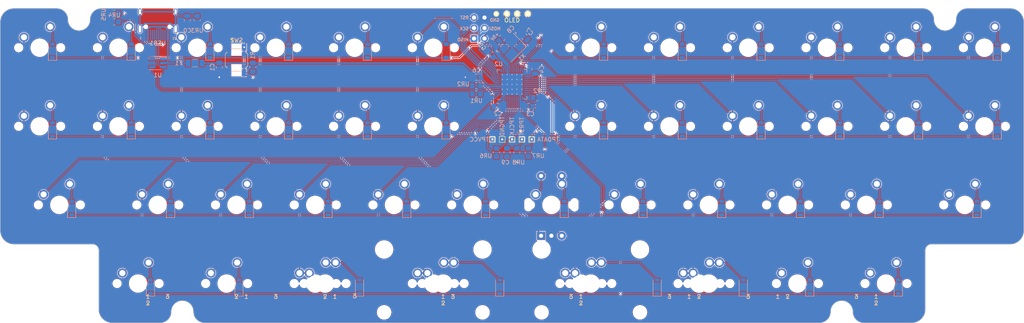
<source format=kicad_pcb>
(kicad_pcb (version 20221018) (generator pcbnew)
  (layers (0 "F.Cu" mixed) (31 "B.Cu" mixed) (34 "B.Paste" user) (35 "F.Paste" user) (36 "B.SilkS" user "B.Silkscreen") (37 "F.SilkS" user "F.Silkscreen") (38 "B.Mask" user) (39 "F.Mask" user) (44 "Edge.Cuts" user))
  (net 0 "")
  (net 1 "row0")
  (net 2 "Net-(USB1-SHIELD)")
  (net 3 "Net-(U2-UCAP)")
  (net 4 "Net-(U2-XTAL1)")
  (net 5 "Net-(U2-XTAL2)")
  (net 6 "Net-(D_SPACE1-A)")
  (net 7 "Net-(D_SPACE2-A)")
  (net 8 "Net-(D_SPACE3-A)")
  (net 9 "Net-(D_SPACE4-A)")
  (net 10 "Net-(D_SPACE5-A)")
  (net 11 "Net-(D_SPACE6-A)")
  (net 12 "Net-(D_SPACE8-A)")
  (net 13 "Net-(D_SPACE9-A)")
  (net 14 "row1")
  (net 15 "Net-(D_SPACE10-A)")
  (net 16 "Net-(D_SPACE11-A)")
  (net 17 "Net-(D_SPACE12-A)")
  (net 18 "Net-(D_SPACE13-A)")
  (net 19 "Net-(D_SPACE14-A)")
  (net 20 "Net-(D_SPACE15-A)")
  (net 21 "Net-(D_SPACE16-A)")
  (net 22 "Net-(D_SPACE17-A)")
  (net 23 "Net-(D_SPACE18-A)")
  (net 24 "Net-(D_SPACE19-A)")
  (net 25 "Net-(D_SPACE21-A)")
  (net 26 "Net-(D_SPACE22-A)")
  (net 27 "Net-(D_SPACE23-A)")
  (net 28 "Net-(D_SPACE24-A)")
  (net 29 "Net-(D_SPACE25-A)")
  (net 30 "Net-(D_SPACE26-A)")
  (net 31 "Net-(D_SPACE27-A)")
  (net 32 "Net-(D_SPACE28-A)")
  (net 33 "Net-(D_SPACE29-A)")
  (net 34 "Net-(D_SPACE30-A)")
  (net 35 "Net-(D_SPACE31-A)")
  (net 36 "Net-(D_SPACE32-A)")
  (net 37 "Net-(D_SPACE34-A)")
  (net 38 "Net-(D_SPACE35-A)")
  (net 39 "row3")
  (net 40 "Net-(D_SPACE36-A)")
  (net 41 "Net-(D_SPACE37-A)")
  (net 42 "Net-(D_SPACE38-A)")
  (net 43 "Net-(D_SPACE39-A)")
  (net 44 "Net-(D_SPACE40-A)")
  (net 45 "Net-(D_SPACE41-A)")
  (net 46 "Net-(D_SPACE42-A)")
  (net 47 "Net-(D_SPACE43-A)")
  (net 48 "VCC")
  (net 49 "col0")
  (net 50 "col1")
  (net 51 "col2")
  (net 52 "col3")
  (net 53 "col4")
  (net 54 "col5")
  (net 55 "col7")
  (net 56 "col8")
  (net 57 "col9")
  (net 58 "col10")
  (net 59 "col11")
  (net 60 "col12")
  (net 61 "RST")
  (net 62 "D-")
  (net 63 "D+")
  (net 64 "Net-(D_SPACE44-A)")
  (net 65 "Net-(D_SPACE45-A)")
  (net 66 "Net-(D_SPACE46-A)")
  (net 67 "Net-(D_SPACE47-A)")
  (net 68 "Net-(U2-~{HWB}{slash}PE2)")
  (net 69 "SCL")
  (net 70 "SDA")
  (net 73 "Net-(U2-D-)")
  (net 74 "Net-(U2-D+)")
  (net 75 "SCK")
  (net 76 "MOSI")
  (net 77 "MISO")
  (net 79 "Net-(USB1-CC1)")
  (net 80 "Net-(USB1-CC2)")
  (net 82 "row2")
  (net 83 "PD2")
  (net 84 "PD5")
  (net 85 "GND")
  (net 86 "+5V")
  (net 87 "Net-(C9-Pad2)")
  (net 88 "encA")
  (net 89 "encB")
  (footprint "MX_Only:MXOnly-1U-NoLED" (layer "F.Cu") (at 102.39375 78.58152)
    (fp_text reference "K_SPACE30")
    (fp_text value "KEYSW")
  )
  (footprint "MX_Only:MXOnly-1U-NoLED" (layer "F.Cu") (at 59.53125 97.63125)
    (fp_text reference "K_SPACE40")
    (fp_text value "KEYSW")
  )
  (footprint "MX_Only:MXOnly-1U-NoLED" (layer "F.Cu") (at 121.44375 78.58152)
    (fp_text reference "K_SPACE31")
    (fp_text value "KEYSW")
  )
  (footprint "MX_Only:MXOnly-1U-NoLED" (layer "F.Cu") (at 235.74375 78.58152)
    (fp_text reference "K_SPACE38")
    (fp_text value "KEYSW")
  )
  (footprint "MX_Only:MXOnly-1U-NoLED" (layer "F.Cu") (at 188.11875 59.53152)
    (fp_text reference "K_SPACE22")
    (fp_text value "KEYSW")
  )
  (footprint "encoder:RotaryEncoder_Alps_EC11E-Switch_Vertical_H20mm" (layer "F.Cu") (at 157.04375 86.058221 90)
    (fp_text reference "SW3")
    (fp_text value "RotaryEncoder_Switch")
  )
  (footprint "MX_Only:MXOnly-1U-NoLED" (layer "F.Cu") (at 226.21875 40.48152)
    (fp_text reference "K_SPACE11")
    (fp_text value "KEYSW")
  )
  (footprint "MX_Only:MXOnly-1.25U-NoLED" (layer "F.Cu") (at 104.775 97.63125)
    (fp_text reference "K_SPACE42")
    (fp_text value "KEYSW")
  )
  (footprint "MX_Only:MXOnly-1U-NoLED" (layer "F.Cu") (at 35.71875 40.48152)
    (fp_text reference "K_SPACE1")
    (fp_text value "KEYSW")
  )
  (footprint "Button_Switch_SMD:SW_SPST_SKQG_WithoutStem" (layer "F.Cu") (at 83.343798 43.458029 90)
    (fp_text reference "SW2")
    (fp_text value "SW_PUSH")
  )
  (footprint "MX_Only:MXOnly-1U-NoLED" (layer "F.Cu") (at 245.26875 40.48152)
    (fp_text reference "K_SPACE12")
    (fp_text value "KEYSW")
  )
  (footprint "TestPoint:TestPoint_THTPad_1.0x1.0mm_Drill0.5mm" (layer "F.Cu") (at 150.01875 62.70652 180)
    (fp_text reference "TP1")
    (fp_text value "TPCLK")
  )
  (footprint "MX_Only:MXOnly-1.25U-NoLED" (layer "F.Cu") (at 80.9625 97.63152)
    (fp_text reference "K_SPACE57")
    (fp_text value "KEYSW")
  )
  (footprint "MX_Only:MXOnly-1U-NoLED" (layer "F.Cu") (at 207.16875 40.48152)
    (fp_text reference "K_SPACE10")
    (fp_text value "KEYSW")
  )
  (footprint "MX_Only:MXOnly-1U-NoLED" (layer "F.Cu") (at 216.69375 78.58152)
    (fp_text reference "K_SPACE37")
    (fp_text value "KEYSW")
  )
  (footprint "MX_Only:MXOnly-1U-NoLED" (layer "F.Cu") (at 226.21875 59.53152)
    (fp_text reference "K_SPACE24")
    (fp_text value "KEYSW")
  )
  (footprint "MX_Only:MXOnly-1U-NoLED" (layer "F.Cu") (at 188.11875 40.48152)
    (fp_text reference "K_SPACE9")
    (fp_text value "KEYSW")
  )
  (footprint "MX_Only:MXOnly-1U-NoLED" (layer "F.Cu") (at 54.76875 59.53152)
    (fp_text reference "K_SPACE15")
    (fp_text value "KEYSW")
  )
  (footprint "TestPoint:TestPoint_THTPad_1.0x1.0mm_Drill0.5mm" (layer "F.Cu") (at 147.6375 62.70652 180)
    (fp_text reference "TP3")
    (fp_text value "TPGND")
  )
  (footprint "MX_Only:MXOnly-1U-NoLED" (layer "F.Cu") (at 92.86875 59.53152)
    (fp_text reference "K_SPACE17")
    (fp_text value "KEYSW")
  )
  (footprint "MX_Only:MXOnly-1U-NoLED" (layer "F.Cu") (at 159.54375 78.58152)
    (fp_text reference "K_SPACE34")
    (fp_text value "KEYSW")
  )
  (footprint "MX_Only:MXOnly-1U-NoLED" (layer "F.Cu") (at 73.81875 59.53152)
    (fp_text reference "K_SPACE16")
    (fp_text value "KEYSW")
  )
  (footprint "TestPoint:TestPoint_THTPad_1.0x1.0mm_Drill0.5mm" (layer "F.Cu") (at 145.25625 62.70652 180)
    (fp_text reference "TP2")
    (fp_text value "TPVCC")
  )
  (footprint "MX_Only:MXOnly-1U-NoLED" (layer "F.Cu") (at 245.26875 59.53152)
    (fp_text reference "K_SPACE25")
    (fp_text value "KEYSW")
  )
  (footprint "MX_Only:MXOnly-1U-NoLED" (layer "F.Cu") (at 197.643916 97.631332)
    (fp_text reference "K_SPACE59")
    (fp_text value "KEYSW")
  )
  (footprint "MX_Only:MXOnly-1U-NoLED" (layer "F.Cu") (at 169.06875 59.53152)
    (fp_text reference "K_SPACE21")
    (fp_text value "KEYSW")
  )
  (footprint "MX_Only:MXOnly-1U-NoLED" (layer "F.Cu") (at 64.29375 78.58152)
    (fp_text reference "K_SPACE28")
    (fp_text value "KEYSW")
  )
  (footprint "TestPoint:TestPoint_THTPad_1.0x1.0mm_Drill0.5mm" (layer "F.Cu") (at 152.4 62.70652 180)
    (fp_text reference "TP5")
    (fp_text value "TPRST")
  )
  (footprint "MX_Only:MXOnly-1.75U-NoLED" (layer "F.Cu") (at 133.35 97.63125)
    (fp_text reference "K_SPACE43")
    (fp_text value "KEYSW")
  )
  (footprint "MX_Only:MXOnly-1U-NoLED" (layer "F.Cu") (at 178.59375 78.58152)
    (fp_text reference "K_SPACE35")
    (fp_text value "KEYSW")
  )
  (footprint "MX_Only:MXOnly-1U-NoLED" (layer "F.Cu") (at 130.96875 40.48152)
    (fp_text reference "K_SPACE6")
    (fp_text value "KEYSW")
  )
  (footprint "MX_Only:MXOnly-1U-NoLED" (layer "F.Cu") (at 35.71875 59.53152)
    (fp_text reference "K_SPACE14")
    (fp_text value "KEYSW")
  )
  (footprint "MX_Only:MXOnly-2U-ReversedStabilizers-NoLED" (layer "F.Cu") (at 130.96875 97.63152)
    (fp_text reference "K_SPACE52")
    (fp_text value "KEYSW")
  )
  (footprint "TestPoint:TestPoint_THTPad_1.0x1.0mm_Drill0.5mm" (layer "F.Cu") (at 154.78125 62.70652 180)
    (fp_text reference "TP4")
    (fp_text value "TPDATA")
  )
  (footprint "MX_Only:MXOnly-1.5U-NoLED" (layer "F.Cu") (at 40.481217 78.581316)
    (fp_text reference "K_SPACE7")
    (fp_text value "KEYSW")
  )
  (footprint "MX_Only:MXOnly-1U-NoLED" (layer "F.Cu") (at 73.81875 40.48152)
    (fp_text reference "K_SPACE3")
    (fp_text value "KEYSW")
  )
  (footprint "MX_Only:MXOnly-1U-NoLED" (layer "F.Cu") (at 102.39375 97.63152)
    (fp_text reference "K_SPACE58")
    (fp_text value "KEYSW")
  )
  (footprint "MX_Only:MXOnly-1U-NoLED" (layer "F.Cu") (at 130.96875 59.53152)
    (fp_text reference "K_SPACE19")
    (fp_text value "KEYSW")
  )
  (footprint "MX_Only:MXOnly-1U-NoLED" (layer "F.Cu") (at 264.31875 40.48152)
    (fp_text reference "K_SPACE13")
    (fp_text value "KEYSW")
  )
  (footprint "MX_Only:MXOnly-1U-NoLED" (layer "F.Cu") (at 111.91875 40.48152)
    (fp_text reference "K_SPACE5")
    (fp_text value "KEYSW")
  )
  (footprint "MX_Only:MXOnly-1U-NoLED" (layer "F.Cu") (at 264.31875 59.53152)
    (fp_text reference "K_SPACE26")
    (fp_text value "KEYSW")
  )
  (footprint "MX_Only:MXOnly-1.5U-NoLED" (layer "F.Cu") (at 259.55625 78.58152)
    (fp_text reference "K_SPACE20")
    (fp_text value "KEYSW")
  )
  (footprint "MX_Only:MXOnly-1U-NoLED" (layer "F.Cu") (at 197.64375 78.58152)
    (fp_text reference "K_SPACE36")
    (fp_text value "KEYSW")
  )
  (footprint "MX_Only:MXOnly-1.75U-NoLED" (layer "F.Cu") (at 166.6875 97.63152)
    (fp_text reference "K_SPACE44")
    (fp_text value "KEYSW")
  )
  (footprint "kbd:OLED_v2" (layer "F.Cu") (at 150.018854 32.276472 180)
    (fp_text reference "OL1")
    (fp_text value "OLED" hide)
  )
  (footprint "MX_Only:MXOnly-1U-NoLED" (layer "F.Cu") (at 240.506452 97.631332)
    (fp_text reference "K_SPACE47")
    (fp_text value "KEYSW")
  )
  (footprint "MX_Only:MXOnly-1U-NoLED" (layer "F.Cu") (at 111.91875 59.53152)
    (fp_text reference "K_SPACE18")
    (fp_text value "KEYSW")
  )
  (footprint "MX_Only:MXOnly-2U-ReversedStabilizers-NoLED" (layer "F.Cu") (at 169.06875 97.63125)
    (fp_text reference "K_SPACE53")
    (fp_text value "KEYSW")
  )
  (footprint "MX_Only:MXOnly-1.25U-NoLED" (layer "F.Cu") (at 195.2625 97.631332)
    (fp_text reference "K_SPACE45")
    (fp_text value "KEYSW")
  )
  (footprint "MX_Only:MXOnly-1U-NoLED" (layer "F.Cu") (at 169.06875 40.48152)
    (fp_text reference "K_SPACE8")
    (fp_text value "KEYSW")
  )
  (footprint "MX_Only:MXOnly-1U-NoLED" (layer "F.Cu") (at 140.49375 78.58152)
    (fp_text reference "K_SPACE32")
    (fp_text value "KEYSW")
  )
  (footprint "MX_Only:MXOnly-1.25U-NoLED" (layer "F.Cu") (at 219.075184 97.631332)
    (fp_text reference "K_SPACE60")
    (fp_text value "KEYSW")
  )
  (footprint "MX_Only:MXOnly-1U-NoLED" (layer "F.Cu") (at 83.34375 78.58152)
    (fp_text reference "K_SPACE29")
    (fp_text value "KEYSW")
  )
  (footprint "MX_Only:MXOnly-1U-NoLED" (layer "F.Cu") (at 207.16875 59.53152)
    (fp_text reference "K_SPACE23")
    (fp_text value "KEYSW")
  )
  (footprint "MX_Only:MXOnly-1U-NoLED" (layer "F.Cu") (at 54.76875 40.48152)
    (fp_text reference "K_SPACE2")
    (fp_text value "KEYSW")
  )
  (footprint "MX_Only:MXOnly-1U-NoLED" (layer "F.Cu") (at 92.86875 40.48152)
    (fp_text reference "K_SPACE4")
    (fp_text value "KEYSW")
  )
  (footprint "Diode_SMD:D_SOD-123" (layer "B.Cu") (at 86.44438 79.37527 90)
    (fp_text reference "D_SPACE29")
    (fp_text value "D")
  )
  (footprint "Resistor_SMD:R_0805_2012Metric_Pad1.20x1.40mm_HandSolder" (layer "B.Cu") (at 141.387009 49.652773)
    (fp_text reference "UR2")
    (fp_text value "22")
  )
  (footprint "Crystal:Crystal_SMD_3225-4Pin_3.2x2.5mm_HandSoldering" (layer "B.Cu") (at 150.01875 40.48152 -135)
    (fp_text reference "X1")
    (fp_text value "Crystal_GND24_Small")
  )
  (footprint "Capacitor_SMD:C_0805_2012Metric_Pad1.18x1.45mm_HandSolder" (layer "B.Cu") (at 71.43766 33.826049 90)
    (fp_text reference "C0")
    (fp_text value "4.7uF")
  )
  (footprint "Diode_SMD:D_SOD-123" (layer "B.Cu") (at 105.495168 79.37527 90)
    (fp_text reference "D_SPACE30")
    (fp_text value "D")
  )
  (footprint "Diode_SMD:D_SOD-123" (layer "B.Cu") (at 185.142343 98.42527 90)
    (fp_text reference "D_SPACE44")
    (fp_text value "D")
  )
  (footprint "Diode_SMD:D_SOD-123" (layer "B.Cu") (at 267.420262 60.32527 90)
    (fp_text reference "D_SPACE26")
    (fp_text value "D")
  )
  (footprint "Diode_SMD:D_SOD-123" (layer "B.Cu") (at 191.220262 60.32527 90)
    (fp_text reference "D_SPACE22")
    (fp_text value "D")
  )
  (footprint "Diode_SMD:D_SOD-123" (layer "B.Cu") (at 76.912189 60.32527 90)
    (fp_text reference "D_SPACE16")
    (fp_text value "D")
  )
  (footprint "Diode_SMD:D_SOD-123" (layer "B.Cu") (at 267.420262 41.27527 90)
    (fp_text reference "D_SPACE13")
    (fp_text value "D")
  )
  (footprint "Diode_SMD:D_SOD-123" (layer "B.Cu") (at 147.042311 98.42527 90)
    (fp_text reference "D_SPACE43")
    (fp_text value "D")
  )
  (footprint "Diode_SMD:D_SOD-123" (layer "B.Cu") (at 205.978298 98.42527 90)
    (fp_text reference "D_SPACE45")
    (fp_text value "D")
  )
  (footprint "Capacitor_SMD:C_0805_2012Metric_Pad1.18x1.45mm_HandSolder" (layer "B.Cu") (at 146.6 54.76902)
    (fp_text reference "C2")
    (fp_text value "0.1uf")
  )
  (footprint "Resistor_SMD:R_0805_2012Metric_Pad1.20x1.40mm_HandSolder" (layer "B.Cu") (at 156.117541 52.598855 180)
    (fp_text reference "R2")
    (fp_text value "10k")
  )
  (footprint "Diode_SMD:D_SOD-123" (layer "B.Cu") (at 248.370262 60.32527 90)
    (fp_text reference "D_SPACE25")
    (fp_text value "D")
  )
  (footprint "Package_DFN_QFN:QFN-44-1EP_7x7mm_P0.5mm_EP5.2x5.2mm_ThermalVias" (layer "B.Cu") (at 150.01875 49.371342)
    (fp_text reference "U2")
    (fp_text value "ATmega32U4-M")
  )
  (footprint "Diode_SMD:D_SOD-123" (layer "B.Cu") (at 67.393592 79.37527 90)
    (fp_text reference "D_SPACE28")
    (fp_text value "D")
  )
  (footprint "Diode_SMD:D_SOD-123" (layer "B.Cu") (at 262.532966 79.37527 90)
    (fp_text reference "D_SPACE39")
    (fp_text value "D")
  )
  (footprint "Button_Switch_SMD:SW_SPST_SKQG_WithoutStem" (layer "B.Cu") (at 83.34375 43.458029 -90)
    (fp_text reference "SW1")
    (fp_text value "SW_PUSH")
  )
  (footprint "Capacitor_SMD:C_0805_2012Metric_Pad1.18x1.45mm_HandSolder" (layer "B.Cu") (at 147.6375 38.10027 45)
    (fp_text reference "C8")
    (fp_text value "22p")
  )
  (footprint "Diode_SMD:D_SOD-123" (layer "B.Cu") (at 57.862885 41.27527 90)
    (fp_text reference "D_SPACE2")
    (fp_text value "D")
  )
  (footprint "Capacitor_SMD:C_0805_2012Metric_Pad1.18x1.45mm_HandSolder" (layer "B.Cu") (at 141.387009 47.62527 180)
    (fp_text reference "C6")
    (fp_text value "1uf")
  )
  (footprint "Diode_SMD:D_SOD-123" (layer "B.Cu") (at 38.813581 60.32527 90)
    (fp_text reference "D_SPACE14")
    (fp_text value "D")
  )
  (footprint "Resistor_SMD:R_0805_2012Metric_Pad1.20x1.40mm_HandSolder" (layer "B.Cu") (at 73.81891 33.826049 -90)
    (fp_text reference "UR3")
    (fp_text value "1M")
  )
  (footprint "Diode_SMD:D_SOD-123" (layer "B.Cu") (at 222.051749 98.42527 90)
    (fp_text reference "D_SPACE46")
    (fp_text value "D")
  )
  (footprint "Diode_SMD:D_SOD-123" (layer "B.Cu") (at 229.320262 41.27527 90)
    (fp_text reference "D_SPACE11")
    (fp_text value "D")
  )
  (footprint "Capacitor_SMD:C_0805_2012Metric_Pad1.18x1.45mm_HandSolder" (layer "B.Cu") (at 155.559299 45.702824 90)
    (fp_text reference "C4")
    (fp_text value "0.1uf")
  )
  (footprint "Diode_SMD:D_SOD-123" (layer "B.Cu") (at 95.961493 41.27527 90)
    (fp_text reference "D_SPACE4")
    (fp_text value "D")
  )
  (footprint "Diode_SMD:D_SOD-123" (layer "B.Cu") (at 172.170262 41.27527 90)
    (fp_text reference "D_SPACE8")
    (fp_text value "D")
  )
  (footprint "Capacitor_SMD:C_0805_2012Metric_Pad1.18x1.45mm_HandSolder" (layer "B.Cu") (at 79.176607 45.243968 -90)
    (fp_text reference "C1")
    (fp_text value "10uF")
  )
  (footprint "Diode_SMD:D_SOD-123" (layer "B.Cu") (at 134.060102 60.32527 90)
    (fp_text reference "D_SPACE19")
    (fp_text value "D")
  )
  (footprint "Diode_SMD:D_SOD-123" (layer "B.Cu") (at 113.10947 98.42527 90)
    (fp_text reference "D_SPACE42")
    (fp_text value "D")
  )
  (footprint "Resistor_SMD:R_0805_2012Metric_Pad1.20x1.40mm_HandSolder" (layer "B.Cu") (at 53.768862 34.230735 180)
    (fp_text reference "UR4")
    (fp_text value "5.1k")
  )
  (footprint "Diode_SMD:D_SOD-123" (layer "B.Cu") (at 248.370262 41.27527 90)
    (fp_text reference "D_SPACE12")
    (fp_text value "D")
  )
  (footprint "Diode_SMD:D_SOD-123" (layer "B.Cu") (at 210.270262 60.32527 90)
    (fp_text reference "D_SPACE23")
    (fp_text value "D")
  )
  (footprint "Capacitor_SMD:C_0805_2012Metric_Pad1.18x1.45mm_HandSolder" (layer "B.Cu") (at 148.79934 65.88152 90)
    (fp_text reference "C9")
    (fp_text value "2.2uF")
  )
  (footprint "Resistor_SMD:R_0805_2012Metric_Pad1.20x1.40mm_HandSolder" (layer "B.Cu") (at 151.18059 65.88152 -90)
    (fp_text reference "UR8")
    (fp_text value "100k")
  )
  (footprint "Diode_SMD:D_SOD-123" (layer "B.Cu") (at 162.647532 79.37527 90)
    (fp_text reference "D_SPACE34")
    (fp_text value "D")
  )
  (footprint "Diode_SMD:D_SOD-123" (layer "B.Cu") (at 200.749108 79.37527 90)
    (fp_text reference "D_SPACE36")
    (fp_text value "D")
  )
  (footprint "Resistor_SMD:R_0805_2012Metric_Pad1.20x1.40mm_HandSolder" (layer "B.Cu") (at 53.768862 32.147136 180)
    (fp_text reference "UR5")
    (fp_text value "5.1k")
  )
  (footprint "Type-C:HRO-TYPE-C-31-M-12-HandSoldering" (layer "B.Cu") (at 64.293782 29.170337)
    (fp_text reference "USB1")
    (fp_text value "HRO-TYPE-C-31-M-12" hide)
  )
  (footprint "Diode_SMD:D_SOD-123" (layer "B.Cu") (at 143.596744 79.37527 90)
    (fp_text reference "D_SPACE32")
    (fp_text value "D")
  )
  (footprint "Diode_SMD:D_SOD-123" (layer "B.Cu") (at 76.912189 41.27527 90)
    (fp_text reference "D_SPACE3")
    (fp_text value "D")
  )
  (footprint "Diode_SMD:D_SOD-123" (layer "B.Cu") (at 229.320262 60.32527 90)
    (fp_text reference "D_SPACE24")
    (fp_text value "D")
  )
  (footprint "Connector_IDC:IDC-Header_2x03_P2.54mm_Vertical" (layer "B.Cu") (at 140.81125 38.25902)
    (fp_text reference "J1")
    (fp_text value "AVR-ISP-6")
  )
  (footprint "Diode_SMD:D_SOD-123" (layer "B.Cu") (at 124.545956 79.37527 90)
    (fp_text reference "D_SPACE31")
    (fp_text value "D")
  )
  (footprint "Diode_SMD:D_SOD-123" (layer "B.Cu") (at 219.799896 79.37527 90)
    (fp_text reference "D_SPACE37")
    (fp_text value "D")
  )
  (footprint "Package_TO_SOT_SMD:SOT-23-6_Handsoldering" (layer "B.Cu") (at 64.270882 44.206468)
    (fp_text reference "U1")
    (fp_text value "SRV05-4")
  )
  (footprint "Resistor_SMD:R_0805_2012Metric_Pad1.20x1.40mm_HandSolder" (layer "B.Cu") (at 153.9875 65.88152 -90)
    (fp_text reference "UR7")
    (fp_text value "4.7k")
  )
  (footprint "Capacitor_SMD:C_0805_2012Metric_Pad1.18x1.45mm_HandSolder" (layer "B.Cu") (at 152.995632 37.802439 135)
    (fp_text reference "C7")
    (fp_text value "22p")
  )
  (footprint "Diode_SMD:D_SOD-123" (layer "B.Cu") (at 238.85069 79.37527 90)
    (fp_text reference "D_SPACE38")
    (fp_text value "D")
  )
  (footprint "Diode_SMD:D_SOD-123" (layer "B.Cu") (at 210.270262 41.27527 90)
    (fp_text reference "D_SPACE10")
    (fp_text value "D")
  )
  (footprint "Diode_SMD:D_SOD-123" (layer "B.Cu") (at 134.060102 41.27527 90)
    (fp_text reference "D_SPACE6")
    (fp_text value "D")
  )
  (footprint "Fuse:Fuse_1206_3216Metric_Pad1.42x1.75mm_HandSolder" (layer "B.Cu") (at 73.309416 44.206468)
    (fp_text reference "F1")
    (fp_text value "Polyfuse_Small")
  )
  (footprint "Diode_SMD:D_SOD-123" (layer "B.Cu") (at 115.010797 41.27527 90)
    (fp_text reference "D_SPACE5")
    (fp_text value "D")
  )
  (footprint "Diode_SMD:D_SOD-123" (layer "B.Cu") (at 43.457782 79.37527 90)
    (fp_text reference "D_SPACE27")
    (fp_text value "D")
  )
  (footprint "Diode_SMD:D_SOD-123" (layer "B.Cu") (at 83.939133 98.42527 90)
    (fp_text reference "D_SPACE41")
    (fp_text value "D")
  )
  (footprint "Diode_SMD:D_SOD-123" (layer "B.Cu") (at 181.69832 79.37527 90)
    (fp_text reference "D_SPACE35")
    (fp_text value "D")
  )
  (footprint "Diode_SMD:D_SOD-123" (layer "B.Cu") (at 172.170262 60.32527 90)
    (fp_text reference "D_SPACE21")
    (fp_text value "D")
  )
  (footprint "Diode_SMD:D_SOD-123" (layer "B.Cu") (at 115.010797 60.32527 90)
    (fp_text reference "D_SPACE18")
    (fp_text value "D")
  )
  (footprint "Diode_SMD:D_SOD-123" (layer "B.Cu") (at 191.220262 41.27527 90)
    (fp_text reference "D_SPACE9")
    (fp_text value "D")
  )
  (footprint "Resistor_SMD:R_0805_2012Metric_Pad1.20x1.40mm_HandSolder" (layer "B.Cu") (at 141.387009 51.684773)
    (fp_text reference "UR1")
    (fp_text value "22")
  )
  (footprint "Resistor_SMD:R_0805_2012Metric_Pad1.20x1.40mm_HandSolder" (layer "B.Cu") (at 87.3125 45.206468 90)
    (fp_text reference "R1")
    (fp_text value "10k")
  )
  (footprint "Diode_SMD:D_SOD-123" (layer "B.Cu") (at 95.961493 60.32527 90)
    (fp_text reference "D_SPACE17")
    (fp_text value "D")
  )
  (footprint "Diode_SMD:D_SOD-123" (layer "B.Cu") (at 57.862885 60.32527 90)
    (fp_text reference "D_SPACE15")
    (fp_text value "D")
  )
  (footprint "Resistor_SMD:R_0805_2012Metric_Pad1.20x1.40mm_HandSolder" (layer "B.Cu") (at 146.25625 65.88152 90)
    (fp_text reference "UR6")
    (fp_text value "4.7k")
  )
  (footprint "Diode_SMD:D_SOD-123" (layer "B.Cu") (at 38.813581 41.27527 90)
    (fp_text reference "D_SPACE1")
    (fp_text value "D")
  )
  (footprint "Capacitor_SMD:C_0805_2012Metric_Pad1.18x1.45mm_HandSolder" (layer "B.Cu") (at 144.772634 42.056614 135)
    (fp_text reference "C5")
    (fp_text value "0.1uf")
  )
  (footprint "Capacitor_SMD:C_0805_2012Metric_Pad1.18x1.45mm_HandSolder" (layer "B.Cu") (at 153.9875 54.76902 180)
    (fp_text reference "C3")
    (fp_text value "0.1uf")
  )
  (footprint "Diode_SMD:D_SOD-123" (layer "B.Cu") (at 62.507865 98.42527 90)
    (fp_text reference "D_SPACE40")
    (fp_text value "D")
  )
  (footprint "Diode_SMD:D_SOD-123" (layer "B.Cu") (at 243.483017 98.42527 90)
    (fp_text reference "D_SPACE47")
    (fp_text value "D")
  )
  (gr_arc (start 47.922711 33.635241) (mid 47.138075 35.529517) (end 45.243798 36.314154) (stroke (width 0.1)) (layer "Edge.Cuts"))
  (gr_line (start 270.570187 88.106652) (end 251.520139 88.106652) (stroke (width 0.1)) (layer "Edge.Cuts"))
  (gr_arc (start 235.148964 107.15652) (mid 233.254656 106.371901) (end 232.470051 104.477607) (stroke (width 0.1)) (layer "Edge.Cuts"))
  (gr_arc (start 47.922711 33.635241) (mid 48.707346 31.740964) (end 50.601624 30.956328) (stroke (width 0.1)) (layer "Edge.Cuts"))
  (gr_line (start 39.885972 30.956328) (end 29.467977 30.956328) (stroke (width 0.1)) (layer "Edge.Cuts"))
  (gr_arc (start 227.112225 104.477607) (mid 227.896859 102.583331) (end 229.791138 101.798694) (stroke (width 0.1)) (layer "Edge.Cuts"))
  (gr_arc (start 29.468017 88.106652) (mid 27.152782 87.147654) (end 26.19379 84.832425) (stroke (width 0.1)) (layer "Edge.Cuts"))
  (gr_line (start 235.148964 107.15652) (end 246.757587 107.15652) (stroke (width 0.1)) (layer "Edge.Cuts"))
  (gr_arc (start 250.031854 89.594937) (mid 250.467751 88.542543) (end 251.520139 88.106652) (stroke (width 0.1)) (layer "Edge.Cuts"))
  (gr_line (start 53.280537 107.15652) (end 64.88916 107.15652) (stroke (width 0.1)) (layer "Edge.Cuts"))
  (gr_arc (start 67.568073 104.477607) (mid 66.783438 106.371894) (end 64.88916 107.15652) (stroke (width 0.1)) (layer "Edge.Cuts"))
  (gr_line (start 26.19379 84.832425) (end 26.19379 34.230735) (stroke (width 0.1)) (layer "Edge.Cuts"))
  (gr_line (start 50.00635 103.882473) (end 50.00635 89.594937) (stroke (width 0.1)) (layer "Edge.Cuts"))
  (gr_arc (start 39.885972 30.956328) (mid 41.780266 31.740949) (end 42.564885 33.635241) (stroke (width 0.1)) (layer "Edge.Cuts"))
  (gr_arc (start 70.246986 101.798694) (mid 72.141283 102.583318) (end 72.925899 104.477607) (stroke (width 0.1)) (layer "Edge.Cuts"))
  (gr_arc (start 229.791138 101.798694) (mid 231.685401 102.583336) (end 232.470051 104.477607) (stroke (width 0.1)) (layer "Edge.Cuts"))
  (gr_arc (start 257.473239 33.635241) (mid 258.257862 31.740948) (end 260.152152 30.956328) (stroke (width 0.1)) (layer "Edge.Cuts"))
  (gr_line (start 48.518065 88.106652) (end 29.468017 88.106652) (stroke (width 0.1)) (layer "Edge.Cuts"))
  (gr_arc (start 250.031854 103.882473) (mid 249.072865 106.197721) (end 246.757627 107.1567) (stroke (width 0.1)) (layer "Edge.Cuts"))
  (gr_arc (start 249.4365 30.956328) (mid 251.330776 31.740959) (end 252.115413 33.635241) (stroke (width 0.1)) (layer "Edge.Cuts"))
  (gr_line (start 249.43608 30.956276) (end 50.601538 30.956276) (stroke (width 0.1)) (layer "Edge.Cuts"))
  (gr_arc (start 45.243798 36.314154) (mid 43.34952 35.529513) (end 42.564885 33.635241) (stroke (width 0.1)) (layer "Edge.Cuts"))
  (gr_arc (start 270.570187 30.956508) (mid 272.885424 31.915497) (end 273.844414 34.230735) (stroke (width 0.1)) (layer "Edge.Cuts"))
  (gr_line (start 273.844414 34.230735) (end 273.844414 84.832425) (stroke (width 0.1)) (layer "Edge.Cuts"))
  (gr_line (start 75.604812 107.15652) (end 224.433312 107.15652) (stroke (width 0.1)) (layer "Edge.Cuts"))
  (gr_arc (start 48.518065 88.106652) (mid 49.570399 88.542579) (end 50.00635 89.594937) (stroke (width 0.1)) (layer "Edge.Cuts"))
  (gr_line (start 250.031854 89.594937) (end 250.031854 103.882473) (stroke (width 0.1)) (layer "Edge.Cuts"))
  (gr_arc (start 273.844414 84.832425) (mid 272.885404 87.147625) (end 270.570187 88.106652) (stroke (width 0.1)) (layer "Edge.Cuts"))
  (gr_arc (start 257.473239 33.635241) (mid 256.688589 35.529494) (end 254.794326 36.314154) (stroke (width 0.1)) (layer "Edge.Cuts"))
  (gr_line (start 260.152152 30.956328) (end 270.570147 30.956328) (stroke (width 0.1)) (layer "Edge.Cuts"))
  (gr_arc (start 227.112225 104.477607) (mid 226.327587 106.371877) (end 224.433312 107.15652) (stroke (width 0.1)) (layer "Edge.Cuts"))
  (gr_arc (start 254.794326 36.314154) (mid 252.90003 35.529523) (end 252.115413 33.635241) (stroke (width 0.1)) (layer "Edge.Cuts"))
  (gr_arc (start 53.280577 107.1567) (mid 50.965386 106.197684) (end 50.00635 103.882473) (stroke (width 0.1)) (layer "Edge.Cuts"))
  (gr_arc (start 26.19379 34.230735) (mid 27.15279 31.915509) (end 29.468017 30.956508) (stroke (width 0.1)) (layer "Edge.Cuts"))
  (gr_arc (start 75.604812 107.15652) (mid 73.710537 106.371882) (end 72.925899 104.477607) (stroke (width 0.1)) (layer "Edge.Cuts"))
  (gr_arc (start 67.568073 104.477607) (mid 68.352704 102.583313) (end 70.246986 101.798694) (stroke (width 0.1)) (layer "Edge.Cuts"))
  (gr_text "1" (at 133.35 100.80652) (layer "B.SilkS") (effects (font (size 1 1)) (justify mirror)))
  (gr_text "1" (at 61.9125 100.80652) (layer "B.SilkS") (effects (font (size 1 1)) (justify mirror)))
  (gr_text "SCK" (at 139.601067 36.314154) (layer "B.SilkS") (effects (font (size 0.75 0.75)) (justify left bottom mirror)))
  (gr_text "2" (at 133.35 102.39402) (layer "B.SilkS") (effects (font (size 1 1)) (justify mirror)))
  (gr_text "3" (at 111.91875 100.67527) (layer "B.SilkS") (effects (font (size 1 1)) (justify mirror)))
  (gr_text "2" (at 104.775 100.80652) (layer "B.SilkS") (effects (font (size 1 1)) (justify mirror)))
  (gr_text "MISO" (at 139.601067 38.993067) (layer "B.SilkS") (effects (font (size 0.75 0.75)) (justify left bottom mirror)))
  (gr_text "2" (at 61.9125 102.39402) (layer "B.SilkS") (effects (font (size 1 1)) (justify mirror)))
  (gr_text "1" (at 107.15625 100.80652) (layer "B.SilkS") (effects (font (size 1 1)) (justify mirror)))
  (gr_text "2" (at 216.69375 100.80652) (layer "B.SilkS") (effects (font (size 1 1)) (justify mirror)))
  (gr_text "1" (at 85.725 100.80652) (layer "B.SilkS") (effects (font (size 1 1)) (justify mirror)))
  (gr_text "3" (at 188.11875 100.80652) (layer "B.SilkS") (effects (font (size 1 1)) (justify mirror)))
  (gr_text "+5V" (at 147.042492 37.207125 45) (layer "B.SilkS") (effects (font (size 0.75 0.75)) (justify left bottom mirror)))
  (gr_text "1" (at 238.125 100.80652) (layer "B.SilkS") (effects (font (size 1 1)) (justify mirror)))
  (gr_text "3" (at 135.73125 100.80652) (layer "B.SilkS") (effects (font (size 1 1)) (justify mirror)))
  (gr_text "3" (at 207.16875 100.80652) (layer "B.SilkS") (effects (font (size 1 1)) (justify mirror)))
  (gr_text "3" (at 233.3625 100.80652) (layer "B.SilkS") (effects (font (size 1 1)) (justify mirror)))
  (gr_text "1" (at 166.6875 100.80652) (layer "B.SilkS") (effects (font (size 1 1)) (justify mirror)))
  (gr_text "1" (at 192.88125 100.80652) (layer "B.SilkS") (effects (font (size 1 1)) (justify mirror)))
  (gr_text "1" (at 214.3125 100.80652) (layer "B.SilkS") (effects (font (size 1 1)) (justify mirror)))
  (gr_text "3" (at 164.30625 100.80652) (layer "B.SilkS") (effects (font (size 1 1)) (justify mirror)))
  (gr_text "RST" (at 139.601067 33.635241) (layer "B.SilkS") (effects (font (size 0.75 0.75)) (justify left bottom mirror)))
  (gr_text "GND" (at 147.042492 34.230555) (layer "B.SilkS") (effects (font (size 0.75 0.75)) (justify left bottom mirror)))
  (gr_text "2" (at 166.6875 102.39402) (layer "B.SilkS") (effects (font (size 1 1)) (justify mirror)))
  (gr_text "MOSI" (at 147.340149 36.314154) (layer "B.SilkS") (effects (font (size 0.75 0.75)) (justify left bottom mirror)))
  (gr_text "3" (at 92.86875 100.80652) (layer "B.SilkS") (effects (font (size 1 1)) (justify mirror)))
  (gr_text "2" (at 238.125 102.39402) (layer "B.SilkS") (effects (font (size 1 1)) (justify mirror)))
  (gr_text "2" (at 195.2625 100.80652) (layer "B.SilkS") (effects (font (size 1 1)) (justify mirror)))
  (gr_text "3" (at 66.675 100.80652) (layer "B.SilkS") (effects (font (size 1 1)) (justify mirror)))
  (gr_text "2" (at 83.34375 100.80652) (layer "B.SilkS") (effects (font (size 1 1)) (justify mirror)))
  (gr_text "2" (at 166.684368 102.383508) (layer "F.SilkS") (effects (font (size 1 1))))
  (gr_text "1" (at 107.15625 100.80652) (layer "F.SilkS") (effects (font (size 1 1))))
  (gr_text "3" (at 92.867631 100.796008) (layer "F.SilkS") (effects (font (size 1 1))))
  (gr_text "2" (at 133.35 102.39402) (layer "F.SilkS") (effects (font (size 1 1))))
  (gr_text "3" (at 66.67321 100.796008) (layer "F.SilkS") (effects (font (size 1 1))))
  (gr_text "2" (at 83.33458 100.796008) (layer "F.SilkS") (effects (font (size 1 1))))
  (gr_text "3" (at 135.73125 100.80652) (layer "F.SilkS") (effects (font (size 1 1))))
  (gr_text "1" (at 61.9125 100.80652) (layer "F.SilkS") (effects (font (size 1 1))))
  (gr_text "1" (at 166.684368 100.796008) (layer "F.SilkS") (effects (font (size 1 1))))
  (gr_text "3" (at 188.112264 100.796008) (layer "F.SilkS") (effects (font (size 1 1))))
  (gr_text "1" (at 85.724999 100.796008) (layer "F.SilkS") (effects (font (size 1 1))))
  (gr_text "1" (at 192.878789 100.796008) (layer "F.SilkS") (effects (font (size 1 1))))
  (gr_text "2" (at 195.254895 100.796008) (layer "F.SilkS") (effects (font (size 1 1))))
  (gr_text "2" (at 104.775 100.80652) (layer "F.SilkS") (effects (font (size 1 1))))
  (gr_text "1" (at 133.35 100.80652) (layer "F.SilkS") (effects (font (size 1 1))))
  (gr_text "3" (at 164.30625 100.80652) (layer "F.SilkS") (effects (font (size 1 1))))
  (gr_text "2" (at 216.69375 100.80652) (layer "F.SilkS") (effects (font (size 1 1))))
  (gr_text "2" (at 238.125 102.39402) (layer "F.SilkS") (effects (font (size 1 1))))
  (gr_text "1" (at 238.125 100.80652) (layer "F.SilkS") (effects (font (size 1 1))))
  (gr_text "3" (at 207.16875 100.80652) (layer "F.SilkS") (effects (font (size 1 1))))
  (gr_text "3" (at 233.3625 100.80652) (layer "F.SilkS") (effects (font (size 1 1))))
  (gr_text "2" (at 61.9125 102.39402) (layer "F.SilkS") (effects (font (size 1 1))))
  (gr_text "3" (at 111.976676 100.667183) (layer "F.SilkS") (effects (font (size 1 1))))
  (gr_text "1" (at 214.3125 100.80652) (layer "F.SilkS") (effects (font (size 1 1))))
  (segment (start 140.2794 39.90212) (end 158.1706 39.90212) (width 0.254) (layer "F.Cu") (net 1))
  (segment (start 137.254141 42.927379) (end 139.7 40.48152) (width 0.254) (layer "F.Cu") (net 1))
  (segment (start 59.531278 42.92527) (end 69.056286 42.92527) (width 0.254) (layer "F.Cu") (net 1))
  (segment (start 135.338067 42.927379) (end 137.254141 42.927379) (width 0.254) (layer "F.Cu") (net 1))
  (segment (start 139.7 40.48152) (end 140.2794 39.90212) (width 0.254) (layer "F.Cu") (net 1))
  (segment (start 158.1706 39.90212) (end 159.54375 41.27527) (width 0.254) (layer "F.Cu") (net 1))
  (via (at 159.54375 41.27527) (size 0.6) (drill 0.4) (layers "F.Cu" "B.Cu") (net 1))
  (via (at 59.531278 42.92527) (size 0.6) (drill 0.4) (layers "F.Cu" "B.Cu") (net 1))
  (via (at 69.056286 42.92527) (size 0.6) (drill 0.4) (layers "F.Cu" "B.Cu") (net 1))
  (via (at 139.7 40.48152) (size 0.6) (drill 0.4) (layers "F.Cu" "B.Cu") (net 1))
  (via (at 135.338067 42.927379) (size 0.6) (drill 0.4) (layers "F.Cu" "B.Cu") (net 1))
  (segment (start 139.7 40.48152) (end 142.606057 43.387577) (width 0.254) (layer "B.Cu") (net 1))
  (segment (start 159.54375 41.27527) (end 159.630491 41.27527) (width 0.254) (layer "B.Cu") (net 1))
  (segment (start 142.606057 43.387577) (end 143.867217 43.387577) (width 0.254) (layer "B.Cu") (net 1))
  (segment (start 134.060102 42.92527) (end 95.961493 42.92527) (width 0.254) (layer "B.Cu") (net 1))
  (segment (start 146.513484 46.033842) (end 147.51875 46.033842) (width 0.254) (layer "B.Cu") (net 1))
  (segment (start 143.867217 43.387577) (end 146.513484 46.033842) (width 0.254) (layer "B.Cu") (net 1))
  (segment (start 57.862885 42.92527) (end 59.531278 42.92527) (width 0.254) (layer "B.Cu") (net 1))
  (segment (start 57.862885 42.92527) (end 38.813581 42.92527) (width 0.254) (layer "B.Cu") (net 1))
  (segment (start 135.335958 42.92527) (end 134.060102 42.92527) (width 0.254) (layer "B.Cu") (net 1))
  (segment (start 69.056286 42.92527) (end 76.912189 42.92527) (width 0.254) (layer "B.Cu") (net 1))
  (segment (start 159.630491 41.27527) (end 161.280491 42.92527) (width 0.254) (layer "B.Cu") (net 1))
  (segment (start 76.912189 42.92527) (end 95.961493 42.92527) (width 0.254) (layer "B.Cu") (net 1))
  (segment (start 135.338067 42.927379) (end 135.335958 42.92527) (width 0.254) (layer "B.Cu") (net 1))
  (segment (start 161.280491 42.92527) (end 267.49375 42.92527) (width 0.254) (layer "B.Cu") (net 1))
  (segment (start 69.631994 32.788549) (end 68.613782 31.770337) (width 0.381) (layer "B.Cu") (net 2))
  (segment (start 59.973782 35.767757) (end 61.086702 34.654837) (width 0.381) (layer "B.Cu") (net 2))
  (segment (start 61.086702 34.654837) (end 67.500862 34.654837) (width 0.381) (layer "B.Cu") (net 2))
  (segment (start 59.973782 35.950337) (end 59.973782 31.770337) (width 0.381) (layer "B.Cu") (net 2))
  (segment (start 71.43766 32.788549) (end 69.631994 32.788549) (width 0.381) (layer "B.Cu") (net 2))
  (segment (start 59.973782 31.770337) (end 68.613782 31.770337) (width 0.381) (layer "B.Cu") (net 2))
  (segment (start 67.500862 34.654837) (end 68.613782 35.767757) (width 0.381) (layer "B.Cu") (net 2))
  (segment (start 68.613782 31.770337) (end 68.613782 35.950337) (width 0.381) (layer "B.Cu") (net 2))
  (segment (start 71.43766 32.788549) (end 73.78141 32.788549) (width 0.381) (layer "B.Cu") (net 2))
  (segment (start 144.170581 49.371342) (end 142.424509 47.62527) (width 0.254) (layer "B.Cu") (net 3))
  (segment (start 146.68125 49.371342) (end 144.170581 49.371342) (width 0.254) (layer "B.Cu") (net 3))
  (segment (start 150.01875 43.969814) (end 150.01875 46.033842) (width 0.254) (layer "B.Cu") (net 4))
  (segment (start 151.857228 42.131336) (end 150.01875 43.969814) (width 0.254) (layer "B.Cu") (net 4))
  (segment (start 151.857228 40.269388) (end 153.590554 38.536062) (width 0.254) (layer "B.Cu") (net 4))
  (segment (start 151.857228 41.063138) (end 151.857228 42.131336) (width 0.254) (layer "B.Cu") (net 4))
  (segment (start 146.903877 39.417257) (end 148.180272 40.693652) (width 0.254) (layer "B.Cu") (net 5))
  (segment (start 149.51875 44.117088) (end 149.51875 46.033842) (width 0.254) (layer "B.Cu") (net 5))
  (segment (start 147.680531 42.278869) (end 149.51875 44.117088) (width 0.254) (layer "B.Cu") (net 5))
  (segment (start 147.680531 41.193393) (end 147.680531 42.278869) (width 0.254) (layer "B.Cu") (net 5))
  (segment (start 38.89375 39.62527) (end 38.89375 36.03652) (width 0.254) (layer "B.Cu") (net 6))
  (segment (start 57.94375 39.62527) (end 57.94375 36.03652) (width 0.254) (layer "B.Cu") (net 7))
  (segment (start 76.99375 39.62527) (end 76.99375 36.03652) (width 0.254) (layer "B.Cu") (net 8))
  (segment (start 96.04375 39.62527) (end 96.04375 36.03652) (width 0.254) (layer "B.Cu") (net 9))
  (segment (start 115.09375 39.62527) (end 115.09375 36.03652) (width 0.254) (layer "B.Cu") (net 10))
  (segment (start 134.14375 39.62527) (end 134.14375 36.03652) (width 0.254) (layer "B.Cu") (net 11))
  (segment (start 172.24375 39.62527) (end 172.24375 36.03652) (width 0.254) (layer "B.Cu") (net 12))
  (segment (start 191.29375 39.62527) (end 191.29375 36.03652) (width 0.254) (layer "B.Cu") (net 13))
  (segment (start 136.078675 61.277582) (end 141.128938 61.277582) (width 0.254) (layer "F.Cu") (net 14))
  (segment (start 160.52857 61.234157) (end 160.485145 61.277582) (width 0.254) (layer "F.Cu") (net 14))
  (segment (start 160.485145 61.277582) (end 141.128938 61.277582) (width 0.254) (layer "F.Cu") (net 14))
  (segment (start 135.394548 61.961709) (end 136.078675 61.277582) (width 0.254) (layer "F.Cu") (net 14))
  (via (at 160.52857 61.234157) (size 0.6) (drill 0.4) (layers "F.Cu" "B.Cu") (net 14))
  (via (at 141.128938 61.277582) (size 0.6) (drill 0.4) (layers "F.Cu" "B.Cu") (net 14))
  (via (at 135.394548 61.961709) (size 0.6) (drill 0.4) (layers "F.Cu" "B.Cu") (net 14))
  (segment (start 151.01875 55.941388) (end 147.094197 59.865941) (width 0.254) (layer "B.Cu") (net 14))
  (segment (start 135.380987 61.97527) (end 38.89375 61.97527) (width 0.254) (layer "B.Cu") (net 14))
  (segment (start 151.01875 52.708842) (end 151.01875 55.941388) (width 0.254) (layer "B.Cu") (net 14))
  (segment (start 161.269683 61.97527) (end 267.49375 61.97527) (width 0.254) (layer "B.Cu") (net 14))
  (segment (start 147.094197 59.865941) (end 142.540579 59.865941) (width 0.254) (layer "B.Cu") (net 14))
  (segment (start 135.394548 61.961709) (end 135.380987 61.97527) (width 0.254) (layer "B.Cu") (net 14))
  (segment (start 142.540579 59.865941) (end 141.128938 61.277582) (width 0.254) (layer "B.Cu") (net 14))
  (segment (start 160.52857 61.234157) (end 161.269683 61.97527) (width 0.254) (layer "B.Cu") (net 14))
  (segment (start 210.34375 39.62527) (end 210.34375 36.03652) (width 0.254) (layer "B.Cu") (net 15))
  (segment (start 229.39375 39.62527) (end 229.39375 36.03652) (width 0.254) (layer "B.Cu") (net 16))
  (segment (start 248.44375 39.62527) (end 248.44375 36.03652) (width 0.254) (layer "B.Cu") (net 17))
  (segment (start 267.49375 39.62527) (end 267.49375 36.03652) (width 0.254) (layer "B.Cu") (net 18))
  (segment (start 38.89375 58.67527) (end 38.89375 55.08652) (width 0.254) (layer "B.Cu") (net 19))
  (segment (start 57.94375 58.67527) (end 57.94375 55.08652) (width 0.254) (layer "B.Cu") (net 20))
  (segment (start 76.99375 58.67527) (end 76.99375 55.08652) (width 0.254) (layer "B.Cu") (net 21))
  (segment (start 96.04375 58.67527) (end 96.04375 55.08652) (width 0.254) (layer "B.Cu") (net 22))
  (segment (start 115.09375 58.67527) (end 115.09375 55.08652) (width 0.254) (layer "B.Cu") (net 23))
  (segment (start 134.14375 58.67527) (end 134.14375 55.08652) (width 0.254) (layer "B.Cu") (net 24))
  (segment (start 172.24375 58.67527) (end 172.24375 55.08652) (width 0.254) (layer "B.Cu") (net 25))
  (segment (start 191.29375 58.67527) (end 191.29375 55.08652) (width 0.254) (layer "B.Cu") (net 26))
  (segment (start 210.34375 58.67527) (end 210.34375 55.08652) (width 0.254) (layer "B.Cu") (net 27))
  (segment (start 229.39375 58.67527) (end 229.39375 55.08652) (width 0.254) (layer "B.Cu") (net 28))
  (segment (start 248.44375 58.67527) (end 248.44375 55.08652) (width 0.254) (layer "B.Cu") (net 29))
  (segment (start 267.49375 58.67527) (end 267.49375 55.08652) (width 0.254) (layer "B.Cu") (net 30))
  (segment (start 43.457782 77.72527) (end 43.457782 73.937881) (width 0.254) (layer "B.Cu") (net 31))
  (segment (start 67.46875 77.72527) (end 67.46875 74.13652) (width 0.254) (layer "B.Cu") (net 32))
  (segment (start 86.51875 77.72527) (end 86.51875 74.13652) (width 0.254) (layer "B.Cu") (net 33))
  (segment (start 105.56875 77.72527) (end 105.56875 74.13652) (width 0.254) (layer "B.Cu") (net 34))
  (segment (start 124.61875 77.72527) (end 124.61875 74.13652) (width 0.254) (layer "B.Cu") (net 35))
  (segment (start 143.66875 77.72527) (end 143.66875 74.13652) (width 0.254) (layer "B.Cu") (net 36))
  (segment (start 162.71875 77.72527) (end 162.71875 74.13652) (width 0.254) (layer "B.Cu") (net 37))
  (segment (start 181.76875 77.72527) (end 181.76875 74.13652) (width 0.254) (layer "B.Cu") (net 38))
  (segment (start 176.2125 91.28152) (end 176.2125 100.01277) (width 0.254) (layer "F.Cu") (net 39))
  (segment (start 176.2125 100.01277) (end 176.275 100.07527) (width 0.254) (layer "F.Cu") (net 39))
  (segment (start 171.678127 80.37099) (end 171.678127 86.747147) (width 0.254) (layer "F.Cu") (net 39))
  (segment (start 171.683329 80.365788) (end 171.678127 80.37099) (width 0.254) (layer "F.Cu") (net 39))
  (segment (start 171.678127 86.747147) (end 176.2125 91.28152) (width 0.254) (layer "F.Cu") (net 39))
  (via (at 171.683329 80.365788) (size 0.6) (drill 0.4) (layers "F.Cu" "B.Cu") (net 39))
  (via (at 176.275 100.07527) (size 0.6) (drill 0.4) (layers "F.Cu" "B.Cu") (net 39))
  (segment (start 171.683329 80.365788) (end 171.699598 80.349519) (width 0.254) (layer "B.Cu") (net 39))
  (segment (start 158.281826 50.871342) (end 153.35625 50.871342) (width 0.254) (layer "B.Cu") (net 39))
  (segment (start 171.699598 80.349519) (end 171.699598 74.068617) (width 0.254) (layer "B.Cu") (net 39))
  (segment (start 243.483017 100.07527) (end 62.507865 100.07527) (width 0.254) (layer "B.Cu") (net 39))
  (segment (start 171.699598 74.068617) (end 159.54375 61.912769) (width 0.254) (layer "B.Cu") (net 39))
  (segment (start 159.54375 52.133266) (end 158.281826 50.871342) (width 0.254) (layer "B.Cu") (net 39))
  (segment (start 159.54375 61.912769) (end 159.54375 52.133266) (width 0.254) (layer "B.Cu") (net 39))
  (segment (start 200.81875 77.72527) (end 200.81875 74.13652) (width 0.254) (layer "B.Cu") (net 40))
  (segment (start 219.86875 77.72527) (end 219.86875 74.13652) (width 0.254) (layer "B.Cu") (net 41))
  (segment (start 238.91875 77.72527) (end 238.91875 74.13652) (width 0.254) (layer "B.Cu") (net 42))
  (segment (start 262.532966 77.72527) (end 262.532966 73.938236) (width 0.254) (layer "B.Cu") (net 43))
  (segment (start 62.507865 96.77527) (end 62.507865 92.987865) (width 0.254) (layer "B.Cu") (net 44))
  (segment (start 83.939133 96.77527) (end 83.939133 92.988153) (width 0.254) (layer "B.Cu") (net 45))
  (segment (start 108.88572 92.55152) (end 113.10947 96.77527) (width 0.254) (layer "B.Cu") (net 46))
  (segment (start 104.93375 92.55152) (end 108.88572 92.55152) (width 0.254) (layer "B.Cu") (net 46))
  (segment (start 142.818561 92.55152) (end 133.50875 92.55152) (width 0.254) (layer "B.Cu") (net 47))
  (segment (start 147.042311 96.77527) (end 142.818561 92.55152) (width 0.254) (layer "B.Cu") (net 47))
  (segment (start 61.843782 36.062917) (end 62.510607 35.396092) (width 0.381) (layer "B.Cu") (net 48))
  (segment (start 66.461682 44.206468) (end 66.743782 43.924368) (width 0.381) (layer "B.Cu") (net 48))
  (segment (start 71.609416 44.206468) (end 65.620882 44.206468) (width 0.381) (layer "B.Cu") (net 48))
  (segment (start 65.620882 44.206468) (end 66.461682 44.206468) (width 0.381) (layer "B.Cu") (net 48))
  (segment (start 66.076957 35.396092) (end 66.743782 36.062917) (width 0.381) (layer "B.Cu") (net 48))
  (segment (start 62.510607 35.396092) (end 66.076957 35.396092) (width 0.381) (layer "B.Cu") (net 48))
  (segment (start 66.743782 36.062917) (end 66.743782 37.365337) (width 0.381) (layer "B.Cu") (net 48))
  (segment (start 66.743782 43.924368) (end 66.743782 36.947708) (width 0.381) (layer "B.Cu") (net 48))
  (segment (start 61.843782 37.365337) (end 61.843782 36.062917) (width 0.381) (layer "B.Cu") (net 48))
  (segment (start 31.90875 37.94152) (end 31.90875 56.99152) (width 0.254) (layer "F.Cu") (net 49))
  (segment (start 31.90875 71.27902) (end 36.67125 76.04152) (width 0.254) (layer "F.Cu") (net 49))
  (segment (start 31.90875 56.99152) (end 31.90875 71.27902) (width 0.254) (layer "F.Cu") (net 49))
  (segment (start 45.306244 67.406526) (end 36.67125 76.04152) (width 0.254) (layer "B.Cu") (net 49))
  (segment (start 146.68125 51.871342) (end 146.68125 51.928463) (width 0.254) (layer "B.Cu") (net 49))
  (segment (start 131.203187 67.406526) (end 45.306244 67.406526) (width 0.254) (layer "B.Cu") (net 49))
  (segment (start 146.68125 51.928463) (end 131.203187 67.406526) (width 0.254) (layer "B.Cu") (net 49))
  (segment (start 60.48375 76.04152) (end 60.48375 90.32875) (width 0.254) (layer "F.Cu") (net 50))
  (segment (start 50.95875 56.99152) (end 50.95875 66.51652) (width 0.254) (layer "F.Cu") (net 50))
  (segment (start 50.95875 37.94152) (end 50.95875 56.99152) (width 0.254) (layer "F.Cu") (net 50))
  (segment (start 60.48375 90.32875) (end 55.72125 95.09125) (width 0.254) (layer "F.Cu") (net 50))
  (segment (start 50.95875 66.51652) (end 60.48375 76.04152) (width 0.254) (layer "F.Cu") (net 50))
  (segment (start 149.01875 55.645159) (end 146.421648 58.242261) (width 0.254) (layer "B.Cu") (net 50))
  (segment (start 68.712824 67.812446) (end 60.48375 76.04152) (width 0.254) (layer "B.Cu") (net 50))
  (segment (start 146.421648 58.242261) (end 140.989259 58.242261) (width 0.254) (layer "B.Cu") (net 50))
  (segment (start 140.989259 58.242261) (end 131.419074 67.812446) (width 0.254) (layer "B.Cu") (net 50))
  (segment (start 149.01875 52.708842) (end 149.01875 55.645159) (width 0.254) (layer "B.Cu") (net 50))
  (segment (start 131.419074 67.812446) (end 68.712824 67.812446) (width 0.254) (layer "B.Cu") (net 50))
  (segment (start 79.53375 92.71027) (end 77.1525 95.09152) (width 0.254) (layer "F.Cu") (net 51))
  (segment (start 79.53375 76.04152) (end 79.53375 92.71027) (width 0.254) (layer "F.Cu") (net 51))
  (segment (start 70.00875 56.99152) (end 70.00875 66.51652) (width 0.254) (layer "F.Cu") (net 51))
  (segment (start 70.00875 66.51652) (end 79.53375 76.04152) (width 0.254) (layer "F.Cu") (net 51))
  (segment (start 70.00875 37.94152) (end 70.00875 56.99152) (width 0.254) (layer "F.Cu") (net 51))
  (segment (start 149.51875 53.767342) (end 149.520984 53.769576) (width 0.254) (layer "B.Cu") (net 51))
  (segment (start 146.589786 58.648181) (end 141.157396 58.648181) (width 0.254) (layer "B.Cu") (net 51))
  (segment (start 131.587211 68.218366) (end 87.356904 68.218366) (width 0.254) (layer "B.Cu") (net 51))
  (segment (start 141.157396 58.648181) (end 131.587211 68.218366) (width 0.254) (layer "B.Cu") (net 51))
  (segment (start 87.356904 68.218366) (end 79.53375 76.04152) (width 0.254) (layer "B.Cu") (net 51))
  (segment (start 149.520984 53.769576) (end 149.520984 55.716983) (width 0.254) (layer "B.Cu") (net 51))
  (segment (start 149.520984 55.716983) (end 146.589786 58.648181) (width 0.254) (layer "B.Cu") (net 51))
  (segment (start 149.51875 52.708842) (end 149.51875 53.767342) (width 0.254) (layer "B.Cu") (net 51))
  (segment (start 89.05875 37.94152) (end 89.05875 56.99152) (width 0.254) (layer "F.Cu") (net 52))
  (segment (start 98.58375 76.04152) (end 98.58375 95.09152) (width 0.254) (layer "F.Cu") (net 52))
  (segment (start 98.58375 95.09152) (end 100.96473 95.09152) (width 0.254) (layer "F.Cu") (net 52))
  (segment (start 100.96473 95.09152) (end 100.965 95.09125) (width 0.254) (layer "F.Cu") (net 52))
  (segment (start 89.05875 66.51652) (end 98.58375 76.04152) (width 0.254) (layer "F.Cu") (net 52))
  (segment (start 89.05875 56.99152) (end 89.05875 66.51652) (width 0.254) (layer "F.Cu") (net 52))
  (segment (start 105.97467 68.6506) (end 98.58375 76.04152) (width 0.254) (layer "B.Cu") (net 52))
  (segment (start 150.01875 55.793274) (end 146.757923 59.054101) (width 0.254) (layer "B.Cu") (net 52))
  (segment (start 150.01875 52.708842) (end 150.01875 55.793274) (width 0.254) (layer "B.Cu") (net 52))
  (segment (start 146.757923 59.054101) (end 141.325535 59.054101) (width 0.254) (layer "B.Cu") (net 52))
  (segment (start 141.325535 59.054101) (end 131.729036 68.6506) (width 0.254) (layer "B.Cu") (net 52))
  (segment (start 131.729036 68.6506) (end 105.97467 68.6506) (width 0.254) (layer "B.Cu") (net 52))
  (segment (start 127.15875 95.09152) (end 129.53973 95.09152) (width 0.254) (layer "F.Cu") (net 53))
  (segment (start 117.63375 76.04152) (end 117.63375 83.185) (width 0.254) (layer "F.Cu") (net 53))
  (segment (start 117.63375 83.18527) (end 129.54 95.09152) (width 0.254) (layer "F.Cu") (net 53))
  (segment (start 108.10875 66.51652) (end 117.63375 76.04152) (width 0.254) (layer "F.Cu") (net 53))
  (segment (start 108.10875 37.94152) (end 108.10875 56.99152) (width 0.254) (layer "F.Cu") (net 53))
  (segment (start 117.63375 83.185) (end 129.54 95.09125) (width 0.254) (layer "F.Cu") (net 53))
  (segment (start 117.63375 76.04152) (end 117.63375 83.18527) (width 0.254) (layer "F.Cu") (net 53))
  (segment (start 108.10875 56.99152) (end 108.10875 66.51652) (width 0.254) (layer "F.Cu") (net 53))
  (segment (start 146.92606 59.460021) (end 141.493672 59.460021) (width 0.254) (layer "B.Cu") (net 53))
  (segment (start 131.897173 69.05652) (end 124.61875 69.05652) (width 0.254) (layer "B.Cu") (net 53))
  (segment (start 124.61875 69.05652) (end 117.63375 76.04152) (width 0.254) (layer "B.Cu") (net 53))
  (segment (start 141.493672 59.460021) (end 131.897173 69.05652) (width 0.254) (layer "B.Cu") (net 53))
  (segment (start 150.516515 55.869566) (end 146.92606 59.460021) (width 0.254) (layer "B.Cu") (net 53))
  (segment (start 150.516515 53.683755) (end 150.516515 55.869566) (width 0.254) (layer "B.Cu") (net 53))
  (segment (start 150.51875 52.708842) (end 150.51875 53.68152) (width 0.254) (layer "B.Cu") (net 53))
  (segment (start 150.51875 53.68152) (end 150.516515 53.683755) (width 0.254) (layer "B.Cu") (net 53))
  (segment (start 127.15875 66.51652) (end 136.68375 76.04152) (width 0.254) (layer "F.Cu") (net 54))
  (segment (start 127.15875 56.99152) (end 127.15875 66.51652) (width 0.254) (layer "F.Cu") (net 54))
  (segment (start 127.15875 56.99152) (end 127.15875 37.94152) (width 0.254) (layer "F.Cu") (net 54))
  (segment (start 137.68801 41.051258) (end 141.648489 45.011737) (width 0.254) (layer "B.Cu") (net 54))
  (segment (start 137.68801 35.889689) (end 137.68801 41.051258) (width 0.254) (layer "B.Cu") (net 54))
  (segment (start 145.05251 47.013365) (end 145.05251 47.411735) (width 0.254) (layer "B.Cu") (net 54))
  (segment (start 146.012117 48.371342) (end 146.68125 48.371342) (width 0.254) (layer "B.Cu") (net 54))
  (segment (start 127.15875 37.94152) (end 131.762562 33.337708) (width 0.254) (layer "B.Cu") (net 54))
  (segment (start 131.762562 33.337708) (end 135.136029 33.337708) (width 0.254) (layer "B.Cu") (net 54))
  (segment (start 145.05251 47.411735) (end 146.012117 48.371342) (width 0.254) (layer "B.Cu") (net 54))
  (segment (start 135.136029 33.337708) (end 137.68801 35.889689) (width 0.254) (layer "B.Cu") (net 54))
  (segment (start 141.648489 45.011737) (end 143.050882 45.011737) (width 0.254) (layer "B.Cu") (net 54))
  (segment (start 143.050882 45.011737) (end 145.05251 47.013365) (width 0.254) (layer "B.Cu") (net 54))
  (segment (start 165.25875 63.343221) (end 165.25875 56.99152) (width 0.254) (layer "F.Cu") (net 55))
  (segment (start 157.04375 71.558221) (end 165.25875 63.343221) (width 0.254) (layer "F.Cu") (net 55))
  (segment (start 165.25875 37.94152) (end 165.25875 56.99152) (width 0.254) (layer "F.Cu") (net 55))
  (segment (start 165.25875 56.599006) (end 158.531086 49.871342) (width 0.254) (layer "B.Cu") (net 55))
  (segment (start 157.04375 71.558221) (end 157.04375 74.73152) (width 0.254) (layer "B.Cu") (net 55))
  (segment (start 157.04375 74.73152) (end 155.73375 76.04152) (width 0.254) (layer "B.Cu") (net 55))
  (segment (start 158.531086 49.871342) (end 153.35625 49.871342) (width 0.254) (layer "B.Cu") (net 55))
  (segment (start 174.283155 76.04152) (end 165.25875 85.065925) (width 0.254) (layer "F.Cu") (net 56))
  (segment (start 184.30875 66.51652) (end 174.78375 76.04152) (width 0.254) (layer "F.Cu") (net 56))
  (segment (start 162.8775 95.09152) (end 165.25848 95.09152) (width 0.254) (layer "F.Cu") (net 56))
  (segment (start 184.30875 37.94152) (end 184.30875 56.99152) (width 0.254) (layer "F.Cu") (net 56))
  (segment (start 184.30875 56.99152) (end 184.30875 66.51652) (width 0.254) (layer "F.Cu") (net 56))
  (segment (start 165.25875 85.065925) (end 165.25875 95.09125) (width 0.254) (layer "F.Cu") (net 56))
  (segment (start 176.688572 49.371342) (end 153.35625 49.371342) (width 0.254) (layer "B.Cu") (net 56))
  (segment (start 184.30875 56.99152) (end 176.688572 49.371342) (width 0.254) (layer "B.Cu") (net 56))
  (segment (start 203.35875 66.51652) (end 193.83375 76.04152) (width 0.254) (layer "F.Cu") (net 57))
  (segment (start 193.83375 92.71027) (end 191.4525 95.09152) (width 0.254) (layer "F.Cu") (net 57))
  (segment (start 193.833916 92.710436) (end 193.833916 95.091332) (width 0.254) (layer "F.Cu") (net 57))
  (segment (start 193.83375 76.04152) (end 193.83375 92.71027) (width 0.254) (layer "F.Cu") (net 57))
  (segment (start 193.83375 92.71027) (end 193.833916 92.710436) (width 0.254) (layer "F.Cu") (net 57))
  (segment (start 193.833916 95.091332) (end 191.4525 95.091332) (width 0.254) (layer "F.Cu") (net 57))
  (segment (start 203.35875 37.94152) (end 203.35875 56.99152) (width 0.254) (layer "F.Cu") (net 57))
  (segment (start 203.35875 56.99152) (end 203.35875 66.51652) (width 0.254) (layer "F.Cu") (net 57))
  (segment (start 203.35875 56.99152) (end 195.238572 48.871342) (width 0.254) (layer "B.Cu") (net 57))
  (segment (start 195.238572 48.871342) (end 153.35625 48.871342) (width 0.254) (layer "B.Cu") (net 57))
  (segment (start 212.88375 92.709898) (end 215.265184 95.091332) (width 0.254) (layer "F.Cu") (net 58))
  (segment (start 212.88375 76.04152) (end 212.88375 92.709898) (width 0.254) (layer "F.Cu") (net 58))
  (segment (start 222.40875 66.51652) (end 222.40875 56.99152) (width 0.254) (layer "F.Cu") (net 58))
  (segment (start 212.88375 76.04152) (end 222.40875 66.51652) (width 0.254) (layer "F.Cu") (net 58))
  (segment (start 222.40875 56.99152) (end 222.40875 37.94152) (width 0.254) (layer "F.Cu") (net 58))
  (segment (start 213.788572 48.371342) (end 153.35625 48.371342) (width 0.254) (layer "B.Cu") (net 58))
  (segment (start 222.40875 56.99152) (end 213.788572 48.371342) (width 0.254) (layer "B.Cu") (net 58))
  (segment (start 241.45875 66.51652) (end 231.93375 76.04152) (width 0.254) (layer "F.Cu") (net 59))
  (segment (start 231.93375 76.04152) (end 231.93375 90.32863) (width 0.254) (layer "F.Cu") (net 59))
  (segment (start 231.93375 90.32863) (end 236.696452 95.091332) (width 0.254) (layer "F.Cu") (net 59))
  (segment (start 241.45875 37.94152) (end 241.45875 56.99152) (width 0.254) (layer "F.Cu") (net 59))
  (segment (start 241.45875 56.99152) (end 241.45875 66.51652) (width 0.254) (layer "F.Cu") (net 59))
  (segment (start 232.338572 47.871342) (end 153.35625 47.871342) (width 0.254) (layer "B.Cu") (net 59))
  (segment (start 241.45875 56.99152) (end 232.338572 47.871342) (width 0.254) (layer "B.Cu") (net 59))
  (segment (start 260.50875 37.94152) (end 260.50875 56.99152) (width 0.254) (layer "F.Cu") (net 60))
  (segment (start 260.50875 71.27902) (end 255.74625 76.04152) (width 0.254) (layer "F.Cu") (net 60))
  (segment (start 260.50875 56.99152) (end 260.50875 71.27902) (width 0.254) (layer "F.Cu") (net 60))
  (segment (start 152.01875 45.513502) (end 153.91749 43.614762) (width 0.254) (layer "B.Cu") (net 60))
  (segment (start 250.462008 47.262278) (end 260.19125 56.99152) (width 0.254) (layer "B.Cu") (net 60))
  (segment (start 153.91749 43.614762) (end 157.483734 43.614762) (width 0.254) (layer "B.Cu") (net 60))
  (segment (start 161.13125 47.262278) (end 250.462008 47.262278) (width 0.254) (layer "B.Cu") (net 60))
  (segment (start 152.01875 46.033842) (end 152.01875 45.513502) (width 0.254) (layer "B.Cu") (net 60))
  (segment (start 157.483734 43.614762) (end 161.13125 47.262278) (width 0.254) (layer "B.Cu") (net 60))
  (segment (start 85.193798 40.545454) (end 85.193798 46.558029) (width 0.254) (layer "F.Cu") (net 61))
  (segment (start 85.193798 46.558029) (end 86.260989 47.62522) (width 0.254) (layer "F.Cu") (net 61))
  (segment (start 91.835128 33.17902) (end 85.193798 39.82035) (width 0.254) (layer "F.Cu") (net 61))
  (segment (start 86.260989 47.62522) (end 87.3125 47.62522) (width 0.254) (layer "F.Cu") (net 61))
  (segment (start 140.81125 33.17902) (end 91.835128 33.17902) (width 0.254) (layer "F.Cu") (net 61))
  (segment (start 142.08123 39.290838) (end 142.08123 34.449) (width 0.254) (layer "F.Cu") (net 61))
  (segment (start 142.08123 34.449) (end 140.81125 33.17902) (width 0.254) (layer "F.Cu") (net 61))
  (via (at 85.193798 40.358029) (size 0.6) (drill 0.4) (layers "F.Cu" "B.Cu") (net 61))
  (via (at 87.3125 47.62522) (size 0.6) (drill 0.4) (layers "F.Cu" "B.Cu") (net 61))
  (via (at 142.08123 39.290838) (size 0.6) (drill 0.4) (layers "F.Cu" "B.Cu") (net 61))
  (segment (start 85.19375 46.558029) (end 86.960939 46.558029) (width 0.254) (layer "B.Cu") (net 61))
  (segment (start 147.33086 44.825612) (end 145.87931 44.825612) (width 0.254) (layer "B.Cu") (net 61))
  (segment (start 148.01875 45.513502) (end 147.33086 44.825612) (width 0.254) (layer "B.Cu") (net 61))
  (segment (start 148.01875 46.033842) (end 148.01875 45.513502) (width 0.254) (layer "B.Cu") (net 61))
  (segment (start 87.3125 46.206468) (end 87.3125 47.62522) (width 0.254) (layer "B.Cu") (net 61))
  (segment (start 142.08123 41.027532) (end 145.87931 44.825612) (width 0.254) (layer "B.Cu") (net 61))
  (segment (start 142.08123 39.290838) (end 142.08123 41.027532) (width 0.254) (layer "B.Cu") (net 61))
  (segment (start 64.045882 39.292437) (end 63.543782 38.790337) (width 0.2) (layer "B.Cu") (net 62))
  (segment (start 62.920882 46.326469) (end 62.920882 45.156468) (width 0.2) (layer "B.Cu") (net 62))
  (segment (start 64.045882 49.779095) (end 64.045882 47.451469) (width 0.2) (layer "B.Cu") (net 62))
  (segment (start 63.538144 45.156468) (end 64.045882 44.64873) (width 0.2) (layer "B.Cu") (net 62))
  (segment (start 140.387009 51.684773) (end 139.59601 50.893774) (width 0.2) (layer "B.Cu") (net 62))
  (segment (start 139.59601 50.893774) (end 65.160561 50.893774) (width 0.2) (layer "B.Cu") (net 62))
  (segment (start 64.406222 38.927898) (end 64.543782 38.790337) (width 0.2) (layer "B.Cu") (net 62))
  (segment (start 64.045882 47.451469) (end 62.920882 46.326469) (width 0.2) (layer "B.Cu") (net 62))
  (segment (start 64.045882 44.64873) (end 64.045882 39.292437) (width 0.2) (layer "B.Cu") (net 62))
  (segment (start 64.543782 38.790337) (end 64.543782 37.365337) (width 0.2) (layer "B.Cu") (net 62))
  (segment (start 63.543782 37.365337) (end 63.543782 38.790337) (width 0.2) (layer "B.Cu") (net 62))
  (segment (start 65.160561 50.893774) (end 64.045882 49.779095) (width 0.2) (layer "B.Cu") (net 62))
  (segment (start 63.681343 38.927898) (end 64.406222 38.927898) (width 0.2) (layer "B.Cu") (net 62))
  (segment (start 63.543782 38.790337) (end 63.681343 38.927898) (width 0.2) (layer "B.Cu") (net 62))
  (segment (start 64.942437 35.838992) (end 65.043782 35.940337) (width 0.2) (layer "B.Cu") (net 63))
  (segment (start 64.043782 35.940337) (end 64.145127 35.838992) (width 0.2) (layer "B.Cu") (net 63))
  (segment (start 64.495882 39.336608) (end 65.043782 38.788707) (width 0.2) (layer "B.Cu") (net 63))
  (segment (start 65.043782 35.940337) (end 65.043782 37.365337) (width 0.2) (layer "B.Cu") (net 63))
  (segment (start 64.145127 35.838992) (end 64.942437 35.838992) (width 0.2) (layer "B.Cu") (net 63))
  (segment (start 65.00362 45.156468) (end 64.495882 44.64873) (width 0.2) (layer "B.Cu") (net 63))
  (segment (start 65.043782 38.788707) (end 65.043782 37.365337) (width 0.2) (layer "B.Cu") (net 63))
  (segment (start 65.346959 50.443772) (end 64.495882 49.592695) (width 0.2) (layer "B.Cu") (net 63))
  (segment (start 139.59601 50.443772) (end 65.346959 50.443772) (width 0.2) (layer "B.Cu") (net 63))
  (segment (start 64.043782 37.365337) (end 64.043782 35.940337) (width 0.2) (layer "B.Cu") (net 63))
  (segment (start 64.495882 49.592695) (end 64.495882 47.451469) (width 0.2) (layer "B.Cu") (net 63))
  (segment (start 64.495882 39.336608) (end 64.495882 44.64873) (width 0.2) (layer "B.Cu") (net 63))
  (segment (start 140.387009 49.652773) (end 139.59601 50.443772) (width 0.2) (layer "B.Cu") (net 63))
  (segment (start 65.620882 46.326469) (end 65.620882 45.156468) (width 0.2) (layer "B.Cu") (net 63))
  (segment (start 64.495882 47.451469) (end 65.620882 46.326469) (width 0.2) (layer "B.Cu") (net 63))
  (segment (start 185.142343 96.77527) (end 180.918593 92.55152) (width 0.254) (layer "B.Cu") (net 64))
  (segment (start 180.918593 92.55152) (end 169.2275 92.55152) (width 0.254) (layer "B.Cu") (net 64))
  (segment (start 205.978298 96.77527) (end 201.75436 92.551332) (width 0.254) (layer "B.Cu") (net 65))
  (segment (start 201.75436 92.551332) (end 197.8025 92.551332) (width 0.254) (layer "B.Cu") (net 65))
  (segment (start 222.051749 92.987897) (end 221.615184 92.551332) (width 0.254) (layer "B.Cu") (net 66))
  (segment (start 222.051749 96.77527) (end 222.051749 92.987897) (width 0.254) (layer "B.Cu") (net 66))
  (segment (start 243.483017 92.987897) (end 243.046452 92.551332) (width 0.254) (layer "B.Cu") (net 67))
  (segment (start 243.483017 96.77527) (end 243.483017 92.987897) (width 0.254) (layer "B.Cu") (net 67))
  (segment (start 154.390028 51.871342) (end 155.117541 52.598855) (width 0.254) (layer "B.Cu") (net 68))
  (segment (start 153.35625 51.871342) (end 154.390028 51.871342) (width 0.254) (layer "B.Cu") (net 68))
  (segment (start 156.385096 36.529116) (end 152.1325 32.27652) (width 0.254) (layer "F.Cu") (net 69))
  (segment (start 152.1325 32.27652) (end 151.28875 32.27652) (width 0.254) (layer "F.Cu") (net 69))
  (segment (start 156.385096 38.071517) (end 156.385096 36.529116) (width 0.254) (layer "F.Cu") (net 69))
  (via (at 156.385096 38.071517) (size 0.6) (drill 0.4) (layers "F.Cu" "B.Cu") (net 69))
  (segment (start 156.385096 38.071517) (end 156.385096 39.99904) (width 0.254) (layer "B.Cu") (net 69))
  (segment (start 150.51875 44.487272) (end 150.51875 46.033842) (width 0.254) (layer "B.Cu") (net 69))
  (segment (start 153.138354 43.245782) (end 151.76024 43.245782) (width 0.254) (layer "B.Cu") (net 69))
  (segment (start 156.385096 39.99904) (end 153.138354 43.245782) (width 0.254) (layer "B.Cu") (net 69))
  (segment (start 151.76024 43.245782) (end 150.51875 44.487272) (width 0.254) (layer "B.Cu") (net 69))
  (segment (start 157.0095 36.579462) (end 153.82875 33.398712) (width 0.254) (layer "F.Cu") (net 70))
  (segment (start 157.0095 37.434708) (end 157.0095 36.579462) (width 0.254) (layer "F.Cu") (net 70))
  (segment (start 153.82875 33.398712) (end 153.82875 32.27652) (width 0.254) (layer "F.Cu") (net 70))
  (via (at 157.0095 37.434708) (size 0.6) (drill 0.4) (layers "F.Cu" "B.Cu") (net 70))
  (segment (start 151.928378 43.651702) (end 153.306491 43.651702) (width 0.254) (layer "B.Cu") (net 70))
  (segment (start 151.01875 44.56133) (end 151.928378 43.651702) (width 0.254) (layer "B.Cu") (net 70))
  (segment (start 153.306491 43.651702) (end 157.0095 39.948694) (width 0.254) (layer "B.Cu") (net 70))
  (segment (start 157.0095 39.948694) (end 157.0095 37.434708) (width 0.254) (layer "B.Cu") (net 70))
  (segment (start 151.01875 46.033842) (end 151.01875 44.56133) (width 0.254) (layer "B.Cu") (net 70))
  (segment (start 143.20044 50.871342) (end 142.387009 51.684773) (width 0.254) (layer "B.Cu") (net 73))
  (segment (start 146.68125 50.871342) (end 143.20044 50.871342) (width 0.254) (layer "B.Cu") (net 73))
  (segment (start 146.68125 50.371342) (end 143.105578 50.371342) (width 0.254) (layer "B.Cu") (net 74))
  (segment (start 143.105578 50.371342) (end 142.387009 49.652773) (width 0.254) (layer "B.Cu") (net 74))
  (segment (start 138.09441 40.882922) (end 138.09441 37.865853) (width 0.254) (layer "B.Cu") (net 75))
  (segment (start 143.362805 44.605337) (end 141.816825 44.605337) (width 0.254) (layer "B.Cu") (net 75))
  (segment (start 145.45891 47.243399) (end 145.45891 46.701442) (width 0.254) (layer "B.Cu") (net 75))
  (segment (start 138.09441 37.865853) (end 140.241243 35.71902) (width 0.254) (layer "B.Cu") (net 75))
  (segment (start 146.086853 47.871342) (end 145.45891 47.243399) (width 0.254) (layer "B.Cu") (net 75))
  (segment (start 146.68125 47.871342) (end 146.086853 47.871342) (width 0.254) (layer "B.Cu") (net 75))
  (segment (start 141.816825 44.605337) (end 138.09441 40.882922) (width 0.254) (layer "B.Cu") (net 75))
  (segment (start 145.45891 46.701442) (end 143.362805 44.605337) (width 0.254) (layer "B.Cu") (net 75))
  (segment (start 139.865653 36.962986) (end 142.107284 36.962986) (width 0.254) (layer "B.Cu") (net 76))
  (segment (start 146.68125 47.371342) (end 146.16091 47.371342) (width 0.254) (layer "B.Cu") (net 76))
  (segment (start 138.50033 38.328309) (end 139.865653 36.962986) (width 0.254) (layer "B.Cu") (net 76))
  (segment (start 141.984962 44.199417) (end 138.50033 40.714785) (width 0.254) (layer "B.Cu") (net 76))
  (segment (start 142.107284 36.962986) (end 143.35125 35.71902) (width 0.254) (layer "B.Cu") (net 76))
  (segment (start 145.86483 46.533304) (end 143.530942 44.199417) (width 0.254) (layer "B.Cu") (net 76))
  (segment (start 146.16091 47.371342) (end 145.86483 47.075262) (width 0.254) (layer "B.Cu") (net 76))
  (segment (start 143.530942 44.199417) (end 141.984962 44.199417) (width 0.254) (layer "B.Cu") (net 76))
  (segment (start 145.86483 47.075262) (end 145.86483 46.533304) (width 0.254) (layer "B.Cu") (net 76))
  (segment (start 138.50033 40.714785) (end 138.50033 38.328309) (width 0.254) (layer "B.Cu") (net 76))
  (segment (start 143.699079 43.793497) (end 142.153099 43.793497) (width 0.254) (layer "B.Cu") (net 77))
  (segment (start 139.892476 38.25902) (end 140.81125 38.25902) (width 0.254) (layer "B.Cu") (net 77))
  (segment (start 138.90625 39.245246) (end 139.892476 38.25902) (width 0.254) (layer "B.Cu") (net 77))
  (segment (start 138.90625 40.546648) (end 138.90625 39.245246) (width 0.254) (layer "B.Cu") (net 77))
  (segment (start 146.68125 46.775666) (end 143.699079 43.793497) (width 0.254) (layer "B.Cu") (net 77))
  (segment (start 142.153099 43.793497) (end 138.90625 40.546648) (width 0.254) (layer "B.Cu") (net 77))
  (segment (start 146.68125 46.871342) (end 146.68125 46.775666) (width 0.254) (layer "B.Cu") (net 77))
  (segment (start 58.71315 37.579709) (end 58.71315 34.819798) (width 0.254) (layer "B.Cu") (net 79))
  (segment (start 62.597215 39.290904) (end 63.043782 38.844337) (width 0.254) (layer "B.Cu") (net 79))
  (segment (start 57.890472 33.99712) (end 55.002477 33.99712) (width 0.254) (layer "B.Cu") (net 79))
  (segment (start 60.424345 39.290904) (end 58.71315 37.579709) (width 0.254) (layer "B.Cu") (net 79))
  (segment (start 63.043782 38.844337) (end 63.043782 37.365337) (width 0.254) (layer "B.Cu") (net 79))
  (segment (start 58.71315 34.819798) (end 57.890472 33.99712) (width 0.254) (layer "B.Cu") (net 79))
  (segment (start 60.424345 39.290904) (end 62.597215 39.290904) (width 0.254) (layer "B.Cu") (net 79))
  (segment (start 62.07974 39.708533) (end 65.484514 39.708533) (width 0.254) (layer "F.Cu") (net 80))
  (segment (start 58.71315 34.603139) (end 58.71315 36.341943) (width 0.254) (layer "F.Cu") (net 80))
  (segment (start 58.71315 36.341943) (end 62.07974 39.708533) (width 0.254) (layer "F.Cu") (net 80))
  (segment (start 56.257147 32.147136) (end 58.71315 34.603139) (width 0.254) (layer "F.Cu") (net 80))
  (via (at 65.484514 39.708533) (size 0.6) (drill 0.4) (layers "F.Cu" "B.Cu") (net 80))
  (via (at 56.257147 32.147136) (size 0.6) (drill 0.4) (layers "F.Cu" "B.Cu") (net 80))
  (segment (start 54.768862 32.147136) (end 56.257147 32.147136) (width 0.254) (layer "B.Cu") (net 80))
  (segment (start 66.043782 39.149265) (end 65.484514 39.708533) (width 0.254) (layer "B.Cu") (net 80))
  (segment (start 66.043782 37.365337) (end 66.043782 39.149265) (width 0.254) (layer "B.Cu") (net 80))
  (segment (start 172.262229 74.057191) (end 172.262229 80.646796) (width 0.254) (layer "B.Cu") (net 82))
  (segment (start 43.457782 81.02527) (end 172.640703 81.02527) (width 0.254) (layer "B.Cu") (net 82))
  (segment (start 172.640703 81.02527) (end 262.532966 81.02527) (width 0.254) (layer "B.Cu") (net 82))
  (segment (start 159.94967 51.965129) (end 159.94967 61.744632) (width 0.254) (layer "B.Cu") (net 82))
  (segment (start 153.35625 50.371342) (end 158.355883 50.371342) (width 0.254) (layer "B.Cu") (net 82))
  (segment (start 172.262229 80.646796) (end 172.640703 81.02527) (width 0.254) (layer "B.Cu") (net 82))
  (segment (start 158.355883 50.371342) (end 159.94967 51.965129) (width 0.254) (layer "B.Cu") (net 82))
  (segment (start 159.94967 61.744632) (end 172.262229 74.057191) (width 0.254) (layer "B.Cu") (net 82))
  (segment (start 152.152626 44.246144) (end 155.991724 44.246144) (width 0.254) (layer "F.Cu") (net 83))
  (segment (start 155.991724 44.246144) (end 157.95625 46.21067) (width 0.254) (layer "F.Cu") (net 83))
  (segment (start 157.95625 46.21067) (end 157.95625 58.683778) (width 0.254) (layer "F.Cu") (net 83))
  (segment (start 157.95625 58.683778) (end 155.941346 60.698682) (width 0.254) (layer "F.Cu") (net 83))
  (via (at 155.941346 60.698682) (size 0.6) (drill 0.4) (layers "F.Cu" "B.Cu") (net 83))
  (via (at 152.152626 44.246144) (size 0.6) (drill 0.4) (layers "F.Cu" "B.Cu") (net 83))
  (segment (start 154.78125 62.70652) (end 154.78125 64.08777) (width 0.254) (layer "B.Cu") (net 83))
  (segment (start 154.78125 64.08777) (end 153.9875 64.88152) (width 0.254) (layer "B.Cu") (net 83))
  (segment (start 154.78125 61.858778) (end 154.78125 62.70652) (width 0.254) (layer "B.Cu") (net 83))
  (segment (start 152.152626 44.246144) (end 152.111314 44.246144) (width 0.254) (layer "B.Cu") (net 83))
  (segment (start 151.51875 44.838708) (end 151.51875 46.033842) (width 0.254) (layer "B.Cu") (net 83))
  (segment (start 155.941346 60.698682) (end 154.78125 61.858778) (width 0.254) (layer "B.Cu") (net 83))
  (segment (start 152.111314 44.246144) (end 151.51875 44.838708) (width 0.254) (layer "B.Cu") (net 83))
  (segment (start 156.133366 45.008636) (end 157.47799 46.35326) (width 0.254) (layer "F.Cu") (net 84))
  (segment (start 157.47799 58.296511) (end 155.075819 60.698682) (width 0.254) (layer "F.Cu") (net 84))
  (segment (start 155.075819 60.698682) (end 152.098737 60.698682) (width 0.254) (layer "F.Cu") (net 84))
  (segment (start 153.549989 45.008636) (end 156.133366 45.008636) (width 0.254) (layer "F.Cu") (net 84))
  (segment (start 153.529455 45.02917) (end 153.549989 45.008636) (width 0.254) (layer "F.Cu") (net 84))
  (segment (start 157.47799 46.35326) (end 157.47799 58.296511) (width 0.254) (layer "F.Cu") (net 84))
  (via (at 153.529455 45.02917) (size 0.6) (drill 0.4) (layers "F.Cu" "B.Cu") (net 84))
  (via (at 152.098737 60.698682) (size 0.6) (drill 0.4) (layers "F.Cu" "B.Cu") (net 84))
  (segment (start 153.529455 45.02917) (end 153.523422 45.02917) (width 0.254) (layer "B.Cu") (net 84))
  (segment (start 152.098737 60.698682) (end 152.026588 60.698682) (width 0.254) (layer "B.Cu") (net 84))
  (segment (start 150.01875 62.70652) (end 149.326132 62.70652) (width 0.254) (layer "B.Cu") (net 84))
  (segment (start 152.026588 60.698682) (end 150.01875 62.70652) (width 0.254) (layer "B.Cu") (net 84))
  (segment (start 153.523422 45.02917) (end 152.51875 46.033842) (width 0.254) (layer "B.Cu") (net 84))
  (segment (start 147.151132 64.88152) (end 146.25625 64.88152) (width 0.254) (layer "B.Cu") (net 84))
  (segment (start 149.326132 62.70652) (end 147.151132 64.88152) (width 0.254) (layer "B.Cu") (net 84))
  (via (at 157.215109 44.650839) (size 0.6) (drill 0.3) (layers "F.Cu" "B.Cu") (net 85))
  (via (at 147.617535 56.20517) (size 0.6) (drill 0.3) (layers "F.Cu" "B.Cu") (net 85))
  (via (at 151.18469 68.207528) (size 0.6) (drill 0.3) (layers "F.Cu" "B.Cu") (net 85))
  (via (at 138.708096 47.62512) (size 0.6) (drill 0.3) (layers "F.Cu" "B.Cu") (net 85))
  (via (at 142.875 40.48152) (size 0.6) (drill 0.3) (layers "F.Cu" "B.Cu") (net 85))
  (via (at 79.176736 47.6253) (size 0.6) (drill 0.4) (layers "F.Cu" "B.Cu") (net 85))
  (segment (start 153.070008 46.903922) (end 152.713527 46.903922) (width 0.381) (layer "B.Cu") (net 85))
  (segment (start 147.617535 56.183038) (end 147.617535 56.20517) (width 0.381) (layer "B.Cu") (net 85))
  (segment (start 147.98617 52.066119) (end 147.98617 52.38777) (width 0.381) (layer "B.Cu") (net 85))
  (segment (start 147.98617 54.42035) (end 147.98617 53.028132) (width 0.381) (layer "B.Cu") (net 85))
  (segment (start 155.252432 44.665324) (end 153.35625 46.561506) (width 0.381) (layer "B.Cu") (net 85))
  (segment (start 143.716471 41.322991) (end 142.875 40.48152) (width 0.381) (layer "B.Cu") (net 85))
  (segment (start 148.954487 37.366647) (end 150.230882 38.643042) (width 0.381) (layer "B.Cu") (net 85))
  (segment (start 151.18059 68.203428) (end 151.18469 68.207528) (width 0.381) (layer "B.Cu") (net 85))
  (segment (start 157.200624 44.665324) (end 157.215109 44.650839) (width 0.381) (layer "B.Cu") (net 85))
  (segment (start 152.713527 46.903922) (end 150.246107 49.371342) (width 0.381) (layer "B.Cu") (net 85))
  (segment (start 153.35625 46.561506) (end 153.35625 46.838422) (width 0.381) (layer "B.Cu") (net 85))
  (segment (start 147.6375 54.76902) (end 147.6375 56.163073) (width 0.381) (layer "B.Cu") (net 85))
  (segment (start 153.135508 46.838422) (end 153.070008 46.903922) (width 0.381) (layer "B.Cu") (net 85))
  (segment (start 151.18059 66.88152) (end 151.18059 68.203428) (width 0.381) (layer "B.Cu") (net 85))
  (segment (start 147.6375 56.163073) (end 147.617535 56.183038) (width 0.381) (layer "B.Cu") (net 85))
  (segment (start 147.923661 52.00361) (end 147.98617 52.066119) (width 0.381) (layer "B.Cu") (net 85))
  (segment (start 153.35625 46.838422) (end 153.135508 46.838422) (width 0.381) (layer "B.Cu") (net 85))
  (segment (start 147.923661 51.466431) (end 147.923661 52.00361) (width 0.381) (layer "B.Cu") (net 85))
  (segment (start 155.559299 44.665324) (end 157.200624 44.665324) (width 0.381) (layer "B.Cu") (net 85))
  (segment (start 142.279785 48.617555) (end 142.279785 45.839281) (width 0.381) (layer "F.Cu") (net 86))
  (segment (start 142.279785 44.555859) (end 144.357829 42.477815) (width 0.381) (layer "F.Cu") (net 86))
  (segment (start 156.899079 47.292442) (end 156.889775 47.301746) (width 0.381) (layer "F.Cu") (net 86))
  (segment (start 146.558038 55.600567) (end 145.25625 54.298779) (width 0.381) (layer "F.Cu") (net 86))
  (segment (start 145.25625 51.59402) (end 142.279785 48.617555) (width 0.381) (layer "F.Cu") (net 86))
  (segment (start 142.279785 45.839281) (end 142.279785 44.555859) (width 0.381) (layer "F.Cu") (net 86))
  (segment (start 146.595835 55.56277) (end 153.9875 55.56277) (width 0.381) (layer "F.Cu") (net 86))
  (segment (start 156.889775 47.301746) (end 156.889775 53.454245) (width 0.381) (layer "F.Cu") (net 86))
  (segment (start 146.558038 58.152973) (end 144.101387 60.609624) (width 0.381) (layer "F.Cu") (net 86))
  (segment (start 156.889775 53.454245) (end 154.78125 55.56277) (width 0.381) (layer "F.Cu") (net 86))
  (segment (start 154.78125 55.56277) (end 153.9875 55.56277) (width 0.381) (layer "F.Cu") (net 86))
  (segment (start 148.74875 32.27652) (end 143.35125 37.67402) (width 0.381) (layer "F.Cu") (net 86))
  (segment (start 146.558038 55.600567) (end 146.558038 58.152973) (width 0.381) (layer "F.Cu") (net 86))
  (segment (start 146.558038 55.600567) (end 146.595835 55.56277) (width 0.381) (layer "F.Cu") (net 86))
  (segment (start 145.25625 54.298779) (end 145.25625 51.59402) (width 0.381) (layer "F.Cu") (net 86))
  (via (at 153.9875 55.56277) (size 0.6) (drill 0.3) (layers "F.Cu" "B.Cu") (net 86))
  (via (at 144.357829 42.477815) (size 0.6) (drill 0.3) (layers "F.Cu" "B.Cu") (net 86))
  (via (at 144.101387 60.609624) (size 0.6) (drill 0.3) (layers "F.Cu" "B.Cu") (net 86))
  (via (at 142.279785 45.839281) (size 0.6) (drill 0.3) (layers "F.Cu" "B.Cu") (net 86))
  (via (at 146.558038 55.600567) (size 0.6) (drill 0.3) (layers "F.Cu" "B.Cu") (net 86))
  (via (at 156.899079 47.292442) (size 0.6) (drill 0.3) (layers "F.Cu" "B.Cu") (net 86))
  (via (at 145.25625 51.59402) (size 0.6) (drill 0.3) (layers "F.Cu" "B.Cu") (net 86))
  (segment (start 146.260433 65.88152) (end 146.260433 66.877337) (width 0.381) (layer "B.Cu") (net 86))
  (segment (start 152.984149 65.878169) (end 153.9875 66.88152) (width 0.381) (layer "B.Cu") (net 86))
  (segment (start 144.109829 62.70652) (end 144.101387 62.714962) (width 0.381) (layer "B.Cu") (net 86))
  (segment (start 146.558038 55.600567) (end 145.726491 54.76902) (width 0.381) (layer "B.Cu") (net 86))
  (segment (start 155.025 54.76902) (end 152.964822 52.708842) (width 0.381) (layer "B.Cu") (net 86))
  (segment (start 153.9875 55.56277) (end 154.23125 55.56277) (width 0.381) (layer "B.Cu") (net 86))
  (segment (start 145.506257 42.790237) (end 144.670251 42.790237) (width 0.381) (layer "B.Cu") (net 86))
  (segment (start 145.478928 51.371342) (end 145.25625 51.59402) (width 0.381) (layer "B.Cu") (net 86))
  (segment (start 146.68125 51.371342) (end 145.478928 51.371342) (width 0.381) (layer "B.Cu") (net 86))
  (segment (start 153.35625 47.371342) (end 154.928281 47.371342) (width 0.381) (layer "B.Cu") (net 86))
  (segment (start 144.101387 62.714962) (end 144.101387 64.726657) (width 0.381) (layer "B.Cu") (net 86))
  (segment (start 148.79934 65.892384) (end 148.79934 66.91902) (width 0.381) (layer "B.Cu") (net 86))
  (segment (start 145.25625 62.70652) (end 144.109829 62.70652) (width 0.381) (layer "B.Cu") (net 86))
  (segment (start 145.847579 48.871342) (end 142.815518 45.839281) (width 0.381) (layer "B.Cu") (net 86))
  (segment (start 87.3125 44.206468) (end 138.26572 44.206468) (width 0.381) (layer "B.Cu") (net 86))
  (segment (start 139.898533 45.839281) (end 142.279785 45.839281) (width 0.381) (layer "B.Cu") (net 86))
  (segment (start 144.670251 42.790237) (end 144.357829 42.477815) (width 0.381) (layer "B.Cu") (net 86))
  (segment (start 145.5625 54.665092) (end 147.51875 52.708842) (width 0.381) (layer "B.Cu") (net 86))
  (segment (start 154.928281 47.371342) (end 155.559299 46.740324) (width 0.381) (layer "B.Cu") (net 86))
  (segment (start 152.964822 52.708842) (end 152.55167 52.708842) (width 0.381) (layer "B.Cu") (net 86))
  (segment (start 156.346961 46.740324) (end 155.559299 46.740324) (width 0.381) (layer "B.Cu") (net 86))
  (segment (start 144.101387 64.726657) (end 145.25625 65.88152) (width 0.381) (layer "B.Cu") (net 86))
  (segment (start 152.980798 65.88152) (end 152.984149 65.878169) (width 0.381) (layer "B.Cu") (net 86))
  (segment (start 144.357829 42.477815) (end 145.284162 41.551482) (width 0.381) (layer "B.Cu") (net 86))
  (segment (start 148.48817 45.30094) (end 145.929746 42.742516) (width 0.381) (layer "B.Cu") (net 86))
  (segment (start 154.23125 55.56277) (end 155.025 54.76902) (width 0.381) (layer "B.Cu") (net 86))
  (segment (start 145.284162 41.551482) (end 145.284162 40.77491) (width 0.381) (layer "B.Cu") (net 86))
  (segment (start 142.815518 45.839281) (end 142.279785 45.839281) (width 0.381) (layer "B.Cu") (net 86))
  (segment (start 138.26572 44.206468) (end 139.898533 45.839281) (width 0.381) (layer "B.Cu") (net 86))
  (segment (start 144.101387 60.609624) (end 144.101387 62.714962) (width 0.381) (layer "B.Cu") (net 86))
  (segment (start 156.899079 47.292442) (end 156.346961 46.740324) (width 0.381) (layer "B.Cu") (net 86))
  (segment (start 79.176607 44.206468) (end 87.3125 44.206468) (width 0.381) (layer "B.Cu") (net 86))
  (segment (start 146.68125 48.871342) (end 145.847579 48.871342) (width 0.381) (layer "B.Cu") (net 86))
  (segment (start 148.48817 45.81076) (end 148.48817 45.30094) (width 0.381) (layer "B.Cu") (net 86))
  (segment (start 145.25625 65.88152) (end 152.980798 65.88152) (width 0.381) (layer "B.Cu") (net 86))
  (segment (start 145.284162 40.77491) (end 143.35125 38.841998) (width 0.381) (layer "B.Cu") (net 86))
  (segment (start 75.009416 44.206468) (end 79.176607 44.206468) (width 0.381) (layer "B.Cu") (net 86))
  (segment (start 151.18059 64.88152) (end 148.83684 64.88152) (width 0.254) (layer "B.Cu") (net 87))
  (segment (start 152.4 62.70652) (end 152.4 63.66211) (width 0.254) (layer "B.Cu") (net 87))
  (segment (start 152.4 63.66211) (end 151.18059 64.88152) (width 0.254) (layer "B.Cu") (net 87))
  (segment (start 151.763601 72.074169) (end 151.763601 80.326371) (width 0.254) (layer "F.Cu") (net 88))
  (segment (start 151.763601 80.326371) (end 157.04375 85.60652) (width 0.254) (layer "F.Cu") (net 88))
  (segment (start 157.95625 65.08777) (end 157.95625 65.88152) (width 0.254) (layer "F.Cu") (net 88))
  (segment (start 157.95625 65.88152) (end 151.763601 72.074169) (width 0.254) (layer "F.Cu") (net 88))
  (via (at 157.95625 65.08777) (size 0.6) (drill 0.4) (layers "F.Cu" "B.Cu") (net 88))
  (segment (start 157.95625 65.08777) (end 157.95625 61.503482) (width 0.254) (layer "B.Cu") (net 88))
  (segment (start 157.95625 61.503482) (end 151.51875 55.065982) (width 0.254) (layer "B.Cu") (net 88))
  (segment (start 151.51875 55.065982) (end 151.51875 52.708842) (width 0.254) (layer "B.Cu") (net 88))
  (segment (start 152.4 72.23152) (end 152.4 80.16902) (width 0.254) (layer "F.Cu") (net 89))
  (segment (start 161.211497 63.420023) (end 152.4 72.23152) (width 0.254) (layer "F.Cu") (net 89))
  (segment (start 161.211497 54.849267) (end 161.211497 63.420023) (width 0.254) (layer "F.Cu") (net 89))
  (segment (start 156.838051 84.607071) (end 160.5926 84.607071) (width 0.254) (layer "F.Cu") (net 89))
  (segment (start 160.5926 84.607071) (end 162.04375 86.058221) (width 0.254) (layer "F.Cu") (net 89))
  (segment (start 152.4 80.16902) (end 156.838051 84.607071) (width 0.254) (layer "F.Cu") (net 89))
  (segment (start 158.75 52.38777) (end 161.211497 54.849267) (width 0.254) (layer "F.Cu") (net 89))
  (via (at 158.75 52.38777) (size 0.6) (drill 0.4) (layers "F.Cu" "B.Cu") (net 89))
  (segment (start 157.733572 51.371342) (end 153.35625 51.371342) (width 0.254) (layer "B.Cu") (net 89))
  (segment (start 158.75 52.38777) (end 157.733572 51.371342) (width 0.254) (layer "B.Cu") (net 89))
  (zone (net 85) (net_name "GND") (layers "F&B.Cu") (name "gndzone") (connect_pads yes (clearance 0)) (min_thickness 0.254) (fill yes (thermal_gap 0.508) (thermal_bridge_width 0.508))
    (polygon (pts (xy 273.84375 107.156328) (xy 26.19375 107.156328) (xy 26.19375 30.956328) (xy 273.84375 30.956328)))
  )
)
</source>
